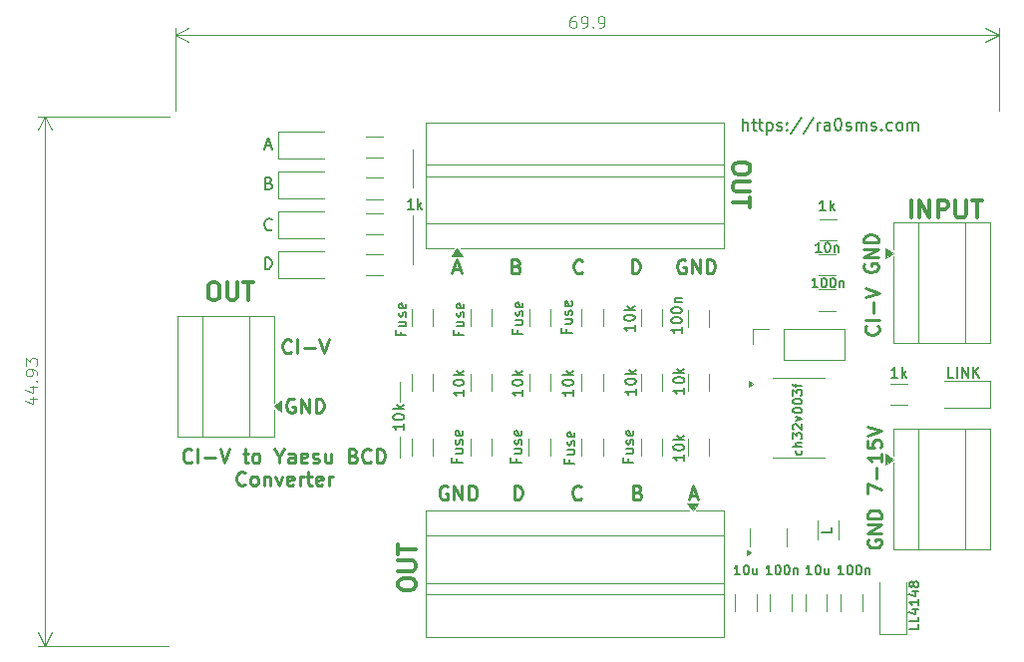
<source format=gbr>
%TF.GenerationSoftware,KiCad,Pcbnew,9.0.6*%
%TF.CreationDate,2026-01-14T12:07:50+08:00*%
%TF.ProjectId,civ2bcd,63697632-6263-4642-9e6b-696361645f70,rev?*%
%TF.SameCoordinates,Original*%
%TF.FileFunction,Legend,Top*%
%TF.FilePolarity,Positive*%
%FSLAX46Y46*%
G04 Gerber Fmt 4.6, Leading zero omitted, Abs format (unit mm)*
G04 Created by KiCad (PCBNEW 9.0.6) date 2026-01-14 12:07:50*
%MOMM*%
%LPD*%
G01*
G04 APERTURE LIST*
%ADD10C,0.100000*%
%ADD11C,0.240000*%
%ADD12C,0.180000*%
%ADD13C,0.300000*%
%ADD14C,0.160000*%
%ADD15C,0.200000*%
%ADD16C,0.120000*%
G04 APERTURE END LIST*
D10*
X154200000Y-62900000D02*
X154200000Y-59700000D01*
X154200000Y-65300000D02*
X154200000Y-69400000D01*
X153100000Y-81100000D02*
X153100000Y-79400000D01*
X153100000Y-84100000D02*
X153100000Y-85900000D01*
D11*
X193726377Y-74670677D02*
X193783520Y-74727820D01*
X193783520Y-74727820D02*
X193840662Y-74899248D01*
X193840662Y-74899248D02*
X193840662Y-75013534D01*
X193840662Y-75013534D02*
X193783520Y-75184963D01*
X193783520Y-75184963D02*
X193669234Y-75299248D01*
X193669234Y-75299248D02*
X193554948Y-75356391D01*
X193554948Y-75356391D02*
X193326377Y-75413534D01*
X193326377Y-75413534D02*
X193154948Y-75413534D01*
X193154948Y-75413534D02*
X192926377Y-75356391D01*
X192926377Y-75356391D02*
X192812091Y-75299248D01*
X192812091Y-75299248D02*
X192697805Y-75184963D01*
X192697805Y-75184963D02*
X192640662Y-75013534D01*
X192640662Y-75013534D02*
X192640662Y-74899248D01*
X192640662Y-74899248D02*
X192697805Y-74727820D01*
X192697805Y-74727820D02*
X192754948Y-74670677D01*
X193840662Y-74156391D02*
X192640662Y-74156391D01*
X193383520Y-73584962D02*
X193383520Y-72670677D01*
X192640662Y-72270677D02*
X193840662Y-71870677D01*
X193840662Y-71870677D02*
X192640662Y-71470677D01*
D12*
X154304135Y-64780497D02*
X153789849Y-64780497D01*
X154046992Y-64780497D02*
X154046992Y-63880497D01*
X154046992Y-63880497D02*
X153961278Y-64009068D01*
X153961278Y-64009068D02*
X153875563Y-64094782D01*
X153875563Y-64094782D02*
X153789849Y-64137640D01*
X154689849Y-64780497D02*
X154689849Y-63880497D01*
X154775564Y-64437640D02*
X155032706Y-64780497D01*
X155032706Y-64180497D02*
X154689849Y-64523354D01*
X163109068Y-75067293D02*
X163109068Y-75367293D01*
X163580497Y-75367293D02*
X162680497Y-75367293D01*
X162680497Y-75367293D02*
X162680497Y-74938721D01*
X162980497Y-74210150D02*
X163580497Y-74210150D01*
X162980497Y-74595864D02*
X163451925Y-74595864D01*
X163451925Y-74595864D02*
X163537640Y-74553007D01*
X163537640Y-74553007D02*
X163580497Y-74467292D01*
X163580497Y-74467292D02*
X163580497Y-74338721D01*
X163580497Y-74338721D02*
X163537640Y-74253007D01*
X163537640Y-74253007D02*
X163494782Y-74210150D01*
X163537640Y-73824435D02*
X163580497Y-73738721D01*
X163580497Y-73738721D02*
X163580497Y-73567292D01*
X163580497Y-73567292D02*
X163537640Y-73481578D01*
X163537640Y-73481578D02*
X163451925Y-73438721D01*
X163451925Y-73438721D02*
X163409068Y-73438721D01*
X163409068Y-73438721D02*
X163323354Y-73481578D01*
X163323354Y-73481578D02*
X163280497Y-73567292D01*
X163280497Y-73567292D02*
X163280497Y-73695864D01*
X163280497Y-73695864D02*
X163237640Y-73781578D01*
X163237640Y-73781578D02*
X163151925Y-73824435D01*
X163151925Y-73824435D02*
X163109068Y-73824435D01*
X163109068Y-73824435D02*
X163023354Y-73781578D01*
X163023354Y-73781578D02*
X162980497Y-73695864D01*
X162980497Y-73695864D02*
X162980497Y-73567292D01*
X162980497Y-73567292D02*
X163023354Y-73481578D01*
X163537640Y-72710150D02*
X163580497Y-72795864D01*
X163580497Y-72795864D02*
X163580497Y-72967293D01*
X163580497Y-72967293D02*
X163537640Y-73053007D01*
X163537640Y-73053007D02*
X163451925Y-73095864D01*
X163451925Y-73095864D02*
X163109068Y-73095864D01*
X163109068Y-73095864D02*
X163023354Y-73053007D01*
X163023354Y-73053007D02*
X162980497Y-72967293D01*
X162980497Y-72967293D02*
X162980497Y-72795864D01*
X162980497Y-72795864D02*
X163023354Y-72710150D01*
X163023354Y-72710150D02*
X163109068Y-72667293D01*
X163109068Y-72667293D02*
X163194782Y-72667293D01*
X163194782Y-72667293D02*
X163280497Y-73095864D01*
D13*
X196554510Y-65500828D02*
X196554510Y-64000828D01*
X197268796Y-65500828D02*
X197268796Y-64000828D01*
X197268796Y-64000828D02*
X198125939Y-65500828D01*
X198125939Y-65500828D02*
X198125939Y-64000828D01*
X198840225Y-65500828D02*
X198840225Y-64000828D01*
X198840225Y-64000828D02*
X199411654Y-64000828D01*
X199411654Y-64000828D02*
X199554511Y-64072257D01*
X199554511Y-64072257D02*
X199625940Y-64143685D01*
X199625940Y-64143685D02*
X199697368Y-64286542D01*
X199697368Y-64286542D02*
X199697368Y-64500828D01*
X199697368Y-64500828D02*
X199625940Y-64643685D01*
X199625940Y-64643685D02*
X199554511Y-64715114D01*
X199554511Y-64715114D02*
X199411654Y-64786542D01*
X199411654Y-64786542D02*
X198840225Y-64786542D01*
X200340225Y-64000828D02*
X200340225Y-65215114D01*
X200340225Y-65215114D02*
X200411654Y-65357971D01*
X200411654Y-65357971D02*
X200483083Y-65429400D01*
X200483083Y-65429400D02*
X200625940Y-65500828D01*
X200625940Y-65500828D02*
X200911654Y-65500828D01*
X200911654Y-65500828D02*
X201054511Y-65429400D01*
X201054511Y-65429400D02*
X201125940Y-65357971D01*
X201125940Y-65357971D02*
X201197368Y-65215114D01*
X201197368Y-65215114D02*
X201197368Y-64000828D01*
X201697369Y-64000828D02*
X202554512Y-64000828D01*
X202125940Y-65500828D02*
X202125940Y-64000828D01*
D12*
X153480497Y-82995864D02*
X153480497Y-83510150D01*
X153480497Y-83253007D02*
X152580497Y-83253007D01*
X152580497Y-83253007D02*
X152709068Y-83338721D01*
X152709068Y-83338721D02*
X152794782Y-83424436D01*
X152794782Y-83424436D02*
X152837640Y-83510150D01*
X152580497Y-82438721D02*
X152580497Y-82353007D01*
X152580497Y-82353007D02*
X152623354Y-82267293D01*
X152623354Y-82267293D02*
X152666211Y-82224436D01*
X152666211Y-82224436D02*
X152751925Y-82181578D01*
X152751925Y-82181578D02*
X152923354Y-82138721D01*
X152923354Y-82138721D02*
X153137640Y-82138721D01*
X153137640Y-82138721D02*
X153309068Y-82181578D01*
X153309068Y-82181578D02*
X153394782Y-82224436D01*
X153394782Y-82224436D02*
X153437640Y-82267293D01*
X153437640Y-82267293D02*
X153480497Y-82353007D01*
X153480497Y-82353007D02*
X153480497Y-82438721D01*
X153480497Y-82438721D02*
X153437640Y-82524436D01*
X153437640Y-82524436D02*
X153394782Y-82567293D01*
X153394782Y-82567293D02*
X153309068Y-82610150D01*
X153309068Y-82610150D02*
X153137640Y-82653007D01*
X153137640Y-82653007D02*
X152923354Y-82653007D01*
X152923354Y-82653007D02*
X152751925Y-82610150D01*
X152751925Y-82610150D02*
X152666211Y-82567293D01*
X152666211Y-82567293D02*
X152623354Y-82524436D01*
X152623354Y-82524436D02*
X152580497Y-82438721D01*
X153480497Y-81753007D02*
X152580497Y-81753007D01*
X153137640Y-81667293D02*
X153480497Y-81410150D01*
X152880497Y-81410150D02*
X153223354Y-81753007D01*
X177280497Y-79895864D02*
X177280497Y-80410150D01*
X177280497Y-80153007D02*
X176380497Y-80153007D01*
X176380497Y-80153007D02*
X176509068Y-80238721D01*
X176509068Y-80238721D02*
X176594782Y-80324436D01*
X176594782Y-80324436D02*
X176637640Y-80410150D01*
X176380497Y-79338721D02*
X176380497Y-79253007D01*
X176380497Y-79253007D02*
X176423354Y-79167293D01*
X176423354Y-79167293D02*
X176466211Y-79124436D01*
X176466211Y-79124436D02*
X176551925Y-79081578D01*
X176551925Y-79081578D02*
X176723354Y-79038721D01*
X176723354Y-79038721D02*
X176937640Y-79038721D01*
X176937640Y-79038721D02*
X177109068Y-79081578D01*
X177109068Y-79081578D02*
X177194782Y-79124436D01*
X177194782Y-79124436D02*
X177237640Y-79167293D01*
X177237640Y-79167293D02*
X177280497Y-79253007D01*
X177280497Y-79253007D02*
X177280497Y-79338721D01*
X177280497Y-79338721D02*
X177237640Y-79424436D01*
X177237640Y-79424436D02*
X177194782Y-79467293D01*
X177194782Y-79467293D02*
X177109068Y-79510150D01*
X177109068Y-79510150D02*
X176937640Y-79553007D01*
X176937640Y-79553007D02*
X176723354Y-79553007D01*
X176723354Y-79553007D02*
X176551925Y-79510150D01*
X176551925Y-79510150D02*
X176466211Y-79467293D01*
X176466211Y-79467293D02*
X176423354Y-79424436D01*
X176423354Y-79424436D02*
X176380497Y-79338721D01*
X177280497Y-78653007D02*
X176380497Y-78653007D01*
X176937640Y-78567293D02*
X177280497Y-78310150D01*
X176680497Y-78310150D02*
X177023354Y-78653007D01*
D11*
X192897805Y-92827820D02*
X192840662Y-92942106D01*
X192840662Y-92942106D02*
X192840662Y-93113534D01*
X192840662Y-93113534D02*
X192897805Y-93284963D01*
X192897805Y-93284963D02*
X193012091Y-93399248D01*
X193012091Y-93399248D02*
X193126377Y-93456391D01*
X193126377Y-93456391D02*
X193354948Y-93513534D01*
X193354948Y-93513534D02*
X193526377Y-93513534D01*
X193526377Y-93513534D02*
X193754948Y-93456391D01*
X193754948Y-93456391D02*
X193869234Y-93399248D01*
X193869234Y-93399248D02*
X193983520Y-93284963D01*
X193983520Y-93284963D02*
X194040662Y-93113534D01*
X194040662Y-93113534D02*
X194040662Y-92999248D01*
X194040662Y-92999248D02*
X193983520Y-92827820D01*
X193983520Y-92827820D02*
X193926377Y-92770677D01*
X193926377Y-92770677D02*
X193526377Y-92770677D01*
X193526377Y-92770677D02*
X193526377Y-92999248D01*
X194040662Y-92256391D02*
X192840662Y-92256391D01*
X192840662Y-92256391D02*
X194040662Y-91570677D01*
X194040662Y-91570677D02*
X192840662Y-91570677D01*
X194040662Y-90999248D02*
X192840662Y-90999248D01*
X192840662Y-90999248D02*
X192840662Y-90713534D01*
X192840662Y-90713534D02*
X192897805Y-90542105D01*
X192897805Y-90542105D02*
X193012091Y-90427820D01*
X193012091Y-90427820D02*
X193126377Y-90370677D01*
X193126377Y-90370677D02*
X193354948Y-90313534D01*
X193354948Y-90313534D02*
X193526377Y-90313534D01*
X193526377Y-90313534D02*
X193754948Y-90370677D01*
X193754948Y-90370677D02*
X193869234Y-90427820D01*
X193869234Y-90427820D02*
X193983520Y-90542105D01*
X193983520Y-90542105D02*
X194040662Y-90713534D01*
X194040662Y-90713534D02*
X194040662Y-90999248D01*
D12*
X195404135Y-79080497D02*
X194889849Y-79080497D01*
X195146992Y-79080497D02*
X195146992Y-78180497D01*
X195146992Y-78180497D02*
X195061278Y-78309068D01*
X195061278Y-78309068D02*
X194975563Y-78394782D01*
X194975563Y-78394782D02*
X194889849Y-78437640D01*
X195789849Y-79080497D02*
X195789849Y-78180497D01*
X195875564Y-78737640D02*
X196132706Y-79080497D01*
X196132706Y-78480497D02*
X195789849Y-78823354D01*
D11*
X172843608Y-70240662D02*
X172843608Y-69040662D01*
X172843608Y-69040662D02*
X173129322Y-69040662D01*
X173129322Y-69040662D02*
X173300751Y-69097805D01*
X173300751Y-69097805D02*
X173415036Y-69212091D01*
X173415036Y-69212091D02*
X173472179Y-69326377D01*
X173472179Y-69326377D02*
X173529322Y-69554948D01*
X173529322Y-69554948D02*
X173529322Y-69726377D01*
X173529322Y-69726377D02*
X173472179Y-69954948D01*
X173472179Y-69954948D02*
X173415036Y-70069234D01*
X173415036Y-70069234D02*
X173300751Y-70183520D01*
X173300751Y-70183520D02*
X173129322Y-70240662D01*
X173129322Y-70240662D02*
X172843608Y-70240662D01*
D12*
X173080497Y-74595864D02*
X173080497Y-75110150D01*
X173080497Y-74853007D02*
X172180497Y-74853007D01*
X172180497Y-74853007D02*
X172309068Y-74938721D01*
X172309068Y-74938721D02*
X172394782Y-75024436D01*
X172394782Y-75024436D02*
X172437640Y-75110150D01*
X172180497Y-74038721D02*
X172180497Y-73953007D01*
X172180497Y-73953007D02*
X172223354Y-73867293D01*
X172223354Y-73867293D02*
X172266211Y-73824436D01*
X172266211Y-73824436D02*
X172351925Y-73781578D01*
X172351925Y-73781578D02*
X172523354Y-73738721D01*
X172523354Y-73738721D02*
X172737640Y-73738721D01*
X172737640Y-73738721D02*
X172909068Y-73781578D01*
X172909068Y-73781578D02*
X172994782Y-73824436D01*
X172994782Y-73824436D02*
X173037640Y-73867293D01*
X173037640Y-73867293D02*
X173080497Y-73953007D01*
X173080497Y-73953007D02*
X173080497Y-74038721D01*
X173080497Y-74038721D02*
X173037640Y-74124436D01*
X173037640Y-74124436D02*
X172994782Y-74167293D01*
X172994782Y-74167293D02*
X172909068Y-74210150D01*
X172909068Y-74210150D02*
X172737640Y-74253007D01*
X172737640Y-74253007D02*
X172523354Y-74253007D01*
X172523354Y-74253007D02*
X172351925Y-74210150D01*
X172351925Y-74210150D02*
X172266211Y-74167293D01*
X172266211Y-74167293D02*
X172223354Y-74124436D01*
X172223354Y-74124436D02*
X172180497Y-74038721D01*
X173080497Y-73353007D02*
X172180497Y-73353007D01*
X172737640Y-73267293D02*
X173080497Y-73010150D01*
X172480497Y-73010150D02*
X172823354Y-73353007D01*
D14*
X197193775Y-100023308D02*
X197193775Y-100404260D01*
X197193775Y-100404260D02*
X196393775Y-100404260D01*
X197193775Y-99375689D02*
X197193775Y-99756641D01*
X197193775Y-99756641D02*
X196393775Y-99756641D01*
X196660441Y-98766165D02*
X197193775Y-98766165D01*
X196355680Y-98956641D02*
X196927108Y-99147118D01*
X196927108Y-99147118D02*
X196927108Y-98651879D01*
X197193775Y-97928070D02*
X197193775Y-98385213D01*
X197193775Y-98156641D02*
X196393775Y-98156641D01*
X196393775Y-98156641D02*
X196508060Y-98232832D01*
X196508060Y-98232832D02*
X196584251Y-98309022D01*
X196584251Y-98309022D02*
X196622346Y-98385213D01*
X196660441Y-97242355D02*
X197193775Y-97242355D01*
X196355680Y-97432831D02*
X196927108Y-97623308D01*
X196927108Y-97623308D02*
X196927108Y-97128069D01*
X196736632Y-96709022D02*
X196698537Y-96785212D01*
X196698537Y-96785212D02*
X196660441Y-96823307D01*
X196660441Y-96823307D02*
X196584251Y-96861403D01*
X196584251Y-96861403D02*
X196546156Y-96861403D01*
X196546156Y-96861403D02*
X196469965Y-96823307D01*
X196469965Y-96823307D02*
X196431870Y-96785212D01*
X196431870Y-96785212D02*
X196393775Y-96709022D01*
X196393775Y-96709022D02*
X196393775Y-96556641D01*
X196393775Y-96556641D02*
X196431870Y-96480450D01*
X196431870Y-96480450D02*
X196469965Y-96442355D01*
X196469965Y-96442355D02*
X196546156Y-96404260D01*
X196546156Y-96404260D02*
X196584251Y-96404260D01*
X196584251Y-96404260D02*
X196660441Y-96442355D01*
X196660441Y-96442355D02*
X196698537Y-96480450D01*
X196698537Y-96480450D02*
X196736632Y-96556641D01*
X196736632Y-96556641D02*
X196736632Y-96709022D01*
X196736632Y-96709022D02*
X196774727Y-96785212D01*
X196774727Y-96785212D02*
X196812822Y-96823307D01*
X196812822Y-96823307D02*
X196889013Y-96861403D01*
X196889013Y-96861403D02*
X197041394Y-96861403D01*
X197041394Y-96861403D02*
X197117584Y-96823307D01*
X197117584Y-96823307D02*
X197155680Y-96785212D01*
X197155680Y-96785212D02*
X197193775Y-96709022D01*
X197193775Y-96709022D02*
X197193775Y-96556641D01*
X197193775Y-96556641D02*
X197155680Y-96480450D01*
X197155680Y-96480450D02*
X197117584Y-96442355D01*
X197117584Y-96442355D02*
X197041394Y-96404260D01*
X197041394Y-96404260D02*
X196889013Y-96404260D01*
X196889013Y-96404260D02*
X196812822Y-96442355D01*
X196812822Y-96442355D02*
X196774727Y-96480450D01*
X196774727Y-96480450D02*
X196736632Y-96556641D01*
D11*
X157686465Y-69897805D02*
X158257894Y-69897805D01*
X157572179Y-70240662D02*
X157972179Y-69040662D01*
X157972179Y-69040662D02*
X158372179Y-70240662D01*
D12*
X167309068Y-74967293D02*
X167309068Y-75267293D01*
X167780497Y-75267293D02*
X166880497Y-75267293D01*
X166880497Y-75267293D02*
X166880497Y-74838721D01*
X167180497Y-74110150D02*
X167780497Y-74110150D01*
X167180497Y-74495864D02*
X167651925Y-74495864D01*
X167651925Y-74495864D02*
X167737640Y-74453007D01*
X167737640Y-74453007D02*
X167780497Y-74367292D01*
X167780497Y-74367292D02*
X167780497Y-74238721D01*
X167780497Y-74238721D02*
X167737640Y-74153007D01*
X167737640Y-74153007D02*
X167694782Y-74110150D01*
X167737640Y-73724435D02*
X167780497Y-73638721D01*
X167780497Y-73638721D02*
X167780497Y-73467292D01*
X167780497Y-73467292D02*
X167737640Y-73381578D01*
X167737640Y-73381578D02*
X167651925Y-73338721D01*
X167651925Y-73338721D02*
X167609068Y-73338721D01*
X167609068Y-73338721D02*
X167523354Y-73381578D01*
X167523354Y-73381578D02*
X167480497Y-73467292D01*
X167480497Y-73467292D02*
X167480497Y-73595864D01*
X167480497Y-73595864D02*
X167437640Y-73681578D01*
X167437640Y-73681578D02*
X167351925Y-73724435D01*
X167351925Y-73724435D02*
X167309068Y-73724435D01*
X167309068Y-73724435D02*
X167223354Y-73681578D01*
X167223354Y-73681578D02*
X167180497Y-73595864D01*
X167180497Y-73595864D02*
X167180497Y-73467292D01*
X167180497Y-73467292D02*
X167223354Y-73381578D01*
X167737640Y-72610150D02*
X167780497Y-72695864D01*
X167780497Y-72695864D02*
X167780497Y-72867293D01*
X167780497Y-72867293D02*
X167737640Y-72953007D01*
X167737640Y-72953007D02*
X167651925Y-72995864D01*
X167651925Y-72995864D02*
X167309068Y-72995864D01*
X167309068Y-72995864D02*
X167223354Y-72953007D01*
X167223354Y-72953007D02*
X167180497Y-72867293D01*
X167180497Y-72867293D02*
X167180497Y-72695864D01*
X167180497Y-72695864D02*
X167223354Y-72610150D01*
X167223354Y-72610150D02*
X167309068Y-72567293D01*
X167309068Y-72567293D02*
X167394782Y-72567293D01*
X167394782Y-72567293D02*
X167480497Y-72995864D01*
D14*
X182014786Y-95793775D02*
X181557643Y-95793775D01*
X181786215Y-95793775D02*
X181786215Y-94993775D01*
X181786215Y-94993775D02*
X181710024Y-95108060D01*
X181710024Y-95108060D02*
X181633834Y-95184251D01*
X181633834Y-95184251D02*
X181557643Y-95222346D01*
X182510025Y-94993775D02*
X182586215Y-94993775D01*
X182586215Y-94993775D02*
X182662406Y-95031870D01*
X182662406Y-95031870D02*
X182700501Y-95069965D01*
X182700501Y-95069965D02*
X182738596Y-95146156D01*
X182738596Y-95146156D02*
X182776691Y-95298537D01*
X182776691Y-95298537D02*
X182776691Y-95489013D01*
X182776691Y-95489013D02*
X182738596Y-95641394D01*
X182738596Y-95641394D02*
X182700501Y-95717584D01*
X182700501Y-95717584D02*
X182662406Y-95755680D01*
X182662406Y-95755680D02*
X182586215Y-95793775D01*
X182586215Y-95793775D02*
X182510025Y-95793775D01*
X182510025Y-95793775D02*
X182433834Y-95755680D01*
X182433834Y-95755680D02*
X182395739Y-95717584D01*
X182395739Y-95717584D02*
X182357644Y-95641394D01*
X182357644Y-95641394D02*
X182319548Y-95489013D01*
X182319548Y-95489013D02*
X182319548Y-95298537D01*
X182319548Y-95298537D02*
X182357644Y-95146156D01*
X182357644Y-95146156D02*
X182395739Y-95069965D01*
X182395739Y-95069965D02*
X182433834Y-95031870D01*
X182433834Y-95031870D02*
X182510025Y-94993775D01*
X183462406Y-95260441D02*
X183462406Y-95793775D01*
X183119549Y-95260441D02*
X183119549Y-95679489D01*
X183119549Y-95679489D02*
X183157644Y-95755680D01*
X183157644Y-95755680D02*
X183233834Y-95793775D01*
X183233834Y-95793775D02*
X183348120Y-95793775D01*
X183348120Y-95793775D02*
X183424311Y-95755680D01*
X183424311Y-95755680D02*
X183462406Y-95717584D01*
X188614786Y-71393775D02*
X188157643Y-71393775D01*
X188386215Y-71393775D02*
X188386215Y-70593775D01*
X188386215Y-70593775D02*
X188310024Y-70708060D01*
X188310024Y-70708060D02*
X188233834Y-70784251D01*
X188233834Y-70784251D02*
X188157643Y-70822346D01*
X189110025Y-70593775D02*
X189186215Y-70593775D01*
X189186215Y-70593775D02*
X189262406Y-70631870D01*
X189262406Y-70631870D02*
X189300501Y-70669965D01*
X189300501Y-70669965D02*
X189338596Y-70746156D01*
X189338596Y-70746156D02*
X189376691Y-70898537D01*
X189376691Y-70898537D02*
X189376691Y-71089013D01*
X189376691Y-71089013D02*
X189338596Y-71241394D01*
X189338596Y-71241394D02*
X189300501Y-71317584D01*
X189300501Y-71317584D02*
X189262406Y-71355680D01*
X189262406Y-71355680D02*
X189186215Y-71393775D01*
X189186215Y-71393775D02*
X189110025Y-71393775D01*
X189110025Y-71393775D02*
X189033834Y-71355680D01*
X189033834Y-71355680D02*
X188995739Y-71317584D01*
X188995739Y-71317584D02*
X188957644Y-71241394D01*
X188957644Y-71241394D02*
X188919548Y-71089013D01*
X188919548Y-71089013D02*
X188919548Y-70898537D01*
X188919548Y-70898537D02*
X188957644Y-70746156D01*
X188957644Y-70746156D02*
X188995739Y-70669965D01*
X188995739Y-70669965D02*
X189033834Y-70631870D01*
X189033834Y-70631870D02*
X189110025Y-70593775D01*
X189871930Y-70593775D02*
X189948120Y-70593775D01*
X189948120Y-70593775D02*
X190024311Y-70631870D01*
X190024311Y-70631870D02*
X190062406Y-70669965D01*
X190062406Y-70669965D02*
X190100501Y-70746156D01*
X190100501Y-70746156D02*
X190138596Y-70898537D01*
X190138596Y-70898537D02*
X190138596Y-71089013D01*
X190138596Y-71089013D02*
X190100501Y-71241394D01*
X190100501Y-71241394D02*
X190062406Y-71317584D01*
X190062406Y-71317584D02*
X190024311Y-71355680D01*
X190024311Y-71355680D02*
X189948120Y-71393775D01*
X189948120Y-71393775D02*
X189871930Y-71393775D01*
X189871930Y-71393775D02*
X189795739Y-71355680D01*
X189795739Y-71355680D02*
X189757644Y-71317584D01*
X189757644Y-71317584D02*
X189719549Y-71241394D01*
X189719549Y-71241394D02*
X189681453Y-71089013D01*
X189681453Y-71089013D02*
X189681453Y-70898537D01*
X189681453Y-70898537D02*
X189719549Y-70746156D01*
X189719549Y-70746156D02*
X189757644Y-70669965D01*
X189757644Y-70669965D02*
X189795739Y-70631870D01*
X189795739Y-70631870D02*
X189871930Y-70593775D01*
X190481454Y-70860441D02*
X190481454Y-71393775D01*
X190481454Y-70936632D02*
X190519549Y-70898537D01*
X190519549Y-70898537D02*
X190595739Y-70860441D01*
X190595739Y-70860441D02*
X190710025Y-70860441D01*
X190710025Y-70860441D02*
X190786216Y-70898537D01*
X190786216Y-70898537D02*
X190824311Y-70974727D01*
X190824311Y-70974727D02*
X190824311Y-71393775D01*
D11*
X192840662Y-88870677D02*
X192840662Y-88070677D01*
X192840662Y-88070677D02*
X194040662Y-88584963D01*
X193583520Y-87613534D02*
X193583520Y-86699249D01*
X194040662Y-85499249D02*
X194040662Y-86184963D01*
X194040662Y-85842106D02*
X192840662Y-85842106D01*
X192840662Y-85842106D02*
X193012091Y-85956392D01*
X193012091Y-85956392D02*
X193126377Y-86070677D01*
X193126377Y-86070677D02*
X193183520Y-86184963D01*
X192840662Y-84413535D02*
X192840662Y-84984963D01*
X192840662Y-84984963D02*
X193412091Y-85042106D01*
X193412091Y-85042106D02*
X193354948Y-84984963D01*
X193354948Y-84984963D02*
X193297805Y-84870678D01*
X193297805Y-84870678D02*
X193297805Y-84584963D01*
X193297805Y-84584963D02*
X193354948Y-84470678D01*
X193354948Y-84470678D02*
X193412091Y-84413535D01*
X193412091Y-84413535D02*
X193526377Y-84356392D01*
X193526377Y-84356392D02*
X193812091Y-84356392D01*
X193812091Y-84356392D02*
X193926377Y-84413535D01*
X193926377Y-84413535D02*
X193983520Y-84470678D01*
X193983520Y-84470678D02*
X194040662Y-84584963D01*
X194040662Y-84584963D02*
X194040662Y-84870678D01*
X194040662Y-84870678D02*
X193983520Y-84984963D01*
X193983520Y-84984963D02*
X193926377Y-85042106D01*
X192840662Y-84013535D02*
X194040662Y-83613535D01*
X194040662Y-83613535D02*
X192840662Y-83213535D01*
X177372179Y-69097805D02*
X177257894Y-69040662D01*
X177257894Y-69040662D02*
X177086465Y-69040662D01*
X177086465Y-69040662D02*
X176915036Y-69097805D01*
X176915036Y-69097805D02*
X176800751Y-69212091D01*
X176800751Y-69212091D02*
X176743608Y-69326377D01*
X176743608Y-69326377D02*
X176686465Y-69554948D01*
X176686465Y-69554948D02*
X176686465Y-69726377D01*
X176686465Y-69726377D02*
X176743608Y-69954948D01*
X176743608Y-69954948D02*
X176800751Y-70069234D01*
X176800751Y-70069234D02*
X176915036Y-70183520D01*
X176915036Y-70183520D02*
X177086465Y-70240662D01*
X177086465Y-70240662D02*
X177200751Y-70240662D01*
X177200751Y-70240662D02*
X177372179Y-70183520D01*
X177372179Y-70183520D02*
X177429322Y-70126377D01*
X177429322Y-70126377D02*
X177429322Y-69726377D01*
X177429322Y-69726377D02*
X177200751Y-69726377D01*
X177943608Y-70240662D02*
X177943608Y-69040662D01*
X177943608Y-69040662D02*
X178629322Y-70240662D01*
X178629322Y-70240662D02*
X178629322Y-69040662D01*
X179200751Y-70240662D02*
X179200751Y-69040662D01*
X179200751Y-69040662D02*
X179486465Y-69040662D01*
X179486465Y-69040662D02*
X179657894Y-69097805D01*
X179657894Y-69097805D02*
X179772179Y-69212091D01*
X179772179Y-69212091D02*
X179829322Y-69326377D01*
X179829322Y-69326377D02*
X179886465Y-69554948D01*
X179886465Y-69554948D02*
X179886465Y-69726377D01*
X179886465Y-69726377D02*
X179829322Y-69954948D01*
X179829322Y-69954948D02*
X179772179Y-70069234D01*
X179772179Y-70069234D02*
X179657894Y-70183520D01*
X179657894Y-70183520D02*
X179486465Y-70240662D01*
X179486465Y-70240662D02*
X179200751Y-70240662D01*
D15*
X182269673Y-58067219D02*
X182269673Y-57067219D01*
X182698244Y-58067219D02*
X182698244Y-57543409D01*
X182698244Y-57543409D02*
X182650625Y-57448171D01*
X182650625Y-57448171D02*
X182555387Y-57400552D01*
X182555387Y-57400552D02*
X182412530Y-57400552D01*
X182412530Y-57400552D02*
X182317292Y-57448171D01*
X182317292Y-57448171D02*
X182269673Y-57495790D01*
X183031578Y-57400552D02*
X183412530Y-57400552D01*
X183174435Y-57067219D02*
X183174435Y-57924361D01*
X183174435Y-57924361D02*
X183222054Y-58019600D01*
X183222054Y-58019600D02*
X183317292Y-58067219D01*
X183317292Y-58067219D02*
X183412530Y-58067219D01*
X183603007Y-57400552D02*
X183983959Y-57400552D01*
X183745864Y-57067219D02*
X183745864Y-57924361D01*
X183745864Y-57924361D02*
X183793483Y-58019600D01*
X183793483Y-58019600D02*
X183888721Y-58067219D01*
X183888721Y-58067219D02*
X183983959Y-58067219D01*
X184317293Y-57400552D02*
X184317293Y-58400552D01*
X184317293Y-57448171D02*
X184412531Y-57400552D01*
X184412531Y-57400552D02*
X184603007Y-57400552D01*
X184603007Y-57400552D02*
X184698245Y-57448171D01*
X184698245Y-57448171D02*
X184745864Y-57495790D01*
X184745864Y-57495790D02*
X184793483Y-57591028D01*
X184793483Y-57591028D02*
X184793483Y-57876742D01*
X184793483Y-57876742D02*
X184745864Y-57971980D01*
X184745864Y-57971980D02*
X184698245Y-58019600D01*
X184698245Y-58019600D02*
X184603007Y-58067219D01*
X184603007Y-58067219D02*
X184412531Y-58067219D01*
X184412531Y-58067219D02*
X184317293Y-58019600D01*
X185174436Y-58019600D02*
X185269674Y-58067219D01*
X185269674Y-58067219D02*
X185460150Y-58067219D01*
X185460150Y-58067219D02*
X185555388Y-58019600D01*
X185555388Y-58019600D02*
X185603007Y-57924361D01*
X185603007Y-57924361D02*
X185603007Y-57876742D01*
X185603007Y-57876742D02*
X185555388Y-57781504D01*
X185555388Y-57781504D02*
X185460150Y-57733885D01*
X185460150Y-57733885D02*
X185317293Y-57733885D01*
X185317293Y-57733885D02*
X185222055Y-57686266D01*
X185222055Y-57686266D02*
X185174436Y-57591028D01*
X185174436Y-57591028D02*
X185174436Y-57543409D01*
X185174436Y-57543409D02*
X185222055Y-57448171D01*
X185222055Y-57448171D02*
X185317293Y-57400552D01*
X185317293Y-57400552D02*
X185460150Y-57400552D01*
X185460150Y-57400552D02*
X185555388Y-57448171D01*
X186031579Y-57971980D02*
X186079198Y-58019600D01*
X186079198Y-58019600D02*
X186031579Y-58067219D01*
X186031579Y-58067219D02*
X185983960Y-58019600D01*
X185983960Y-58019600D02*
X186031579Y-57971980D01*
X186031579Y-57971980D02*
X186031579Y-58067219D01*
X186031579Y-57448171D02*
X186079198Y-57495790D01*
X186079198Y-57495790D02*
X186031579Y-57543409D01*
X186031579Y-57543409D02*
X185983960Y-57495790D01*
X185983960Y-57495790D02*
X186031579Y-57448171D01*
X186031579Y-57448171D02*
X186031579Y-57543409D01*
X187222054Y-57019600D02*
X186364912Y-58305314D01*
X188269673Y-57019600D02*
X187412531Y-58305314D01*
X188603007Y-58067219D02*
X188603007Y-57400552D01*
X188603007Y-57591028D02*
X188650626Y-57495790D01*
X188650626Y-57495790D02*
X188698245Y-57448171D01*
X188698245Y-57448171D02*
X188793483Y-57400552D01*
X188793483Y-57400552D02*
X188888721Y-57400552D01*
X189650626Y-58067219D02*
X189650626Y-57543409D01*
X189650626Y-57543409D02*
X189603007Y-57448171D01*
X189603007Y-57448171D02*
X189507769Y-57400552D01*
X189507769Y-57400552D02*
X189317293Y-57400552D01*
X189317293Y-57400552D02*
X189222055Y-57448171D01*
X189650626Y-58019600D02*
X189555388Y-58067219D01*
X189555388Y-58067219D02*
X189317293Y-58067219D01*
X189317293Y-58067219D02*
X189222055Y-58019600D01*
X189222055Y-58019600D02*
X189174436Y-57924361D01*
X189174436Y-57924361D02*
X189174436Y-57829123D01*
X189174436Y-57829123D02*
X189222055Y-57733885D01*
X189222055Y-57733885D02*
X189317293Y-57686266D01*
X189317293Y-57686266D02*
X189555388Y-57686266D01*
X189555388Y-57686266D02*
X189650626Y-57638647D01*
X190317293Y-57067219D02*
X190412531Y-57067219D01*
X190412531Y-57067219D02*
X190507769Y-57114838D01*
X190507769Y-57114838D02*
X190555388Y-57162457D01*
X190555388Y-57162457D02*
X190603007Y-57257695D01*
X190603007Y-57257695D02*
X190650626Y-57448171D01*
X190650626Y-57448171D02*
X190650626Y-57686266D01*
X190650626Y-57686266D02*
X190603007Y-57876742D01*
X190603007Y-57876742D02*
X190555388Y-57971980D01*
X190555388Y-57971980D02*
X190507769Y-58019600D01*
X190507769Y-58019600D02*
X190412531Y-58067219D01*
X190412531Y-58067219D02*
X190317293Y-58067219D01*
X190317293Y-58067219D02*
X190222055Y-58019600D01*
X190222055Y-58019600D02*
X190174436Y-57971980D01*
X190174436Y-57971980D02*
X190126817Y-57876742D01*
X190126817Y-57876742D02*
X190079198Y-57686266D01*
X190079198Y-57686266D02*
X190079198Y-57448171D01*
X190079198Y-57448171D02*
X190126817Y-57257695D01*
X190126817Y-57257695D02*
X190174436Y-57162457D01*
X190174436Y-57162457D02*
X190222055Y-57114838D01*
X190222055Y-57114838D02*
X190317293Y-57067219D01*
X191031579Y-58019600D02*
X191126817Y-58067219D01*
X191126817Y-58067219D02*
X191317293Y-58067219D01*
X191317293Y-58067219D02*
X191412531Y-58019600D01*
X191412531Y-58019600D02*
X191460150Y-57924361D01*
X191460150Y-57924361D02*
X191460150Y-57876742D01*
X191460150Y-57876742D02*
X191412531Y-57781504D01*
X191412531Y-57781504D02*
X191317293Y-57733885D01*
X191317293Y-57733885D02*
X191174436Y-57733885D01*
X191174436Y-57733885D02*
X191079198Y-57686266D01*
X191079198Y-57686266D02*
X191031579Y-57591028D01*
X191031579Y-57591028D02*
X191031579Y-57543409D01*
X191031579Y-57543409D02*
X191079198Y-57448171D01*
X191079198Y-57448171D02*
X191174436Y-57400552D01*
X191174436Y-57400552D02*
X191317293Y-57400552D01*
X191317293Y-57400552D02*
X191412531Y-57448171D01*
X191888722Y-58067219D02*
X191888722Y-57400552D01*
X191888722Y-57495790D02*
X191936341Y-57448171D01*
X191936341Y-57448171D02*
X192031579Y-57400552D01*
X192031579Y-57400552D02*
X192174436Y-57400552D01*
X192174436Y-57400552D02*
X192269674Y-57448171D01*
X192269674Y-57448171D02*
X192317293Y-57543409D01*
X192317293Y-57543409D02*
X192317293Y-58067219D01*
X192317293Y-57543409D02*
X192364912Y-57448171D01*
X192364912Y-57448171D02*
X192460150Y-57400552D01*
X192460150Y-57400552D02*
X192603007Y-57400552D01*
X192603007Y-57400552D02*
X192698246Y-57448171D01*
X192698246Y-57448171D02*
X192745865Y-57543409D01*
X192745865Y-57543409D02*
X192745865Y-58067219D01*
X193174436Y-58019600D02*
X193269674Y-58067219D01*
X193269674Y-58067219D02*
X193460150Y-58067219D01*
X193460150Y-58067219D02*
X193555388Y-58019600D01*
X193555388Y-58019600D02*
X193603007Y-57924361D01*
X193603007Y-57924361D02*
X193603007Y-57876742D01*
X193603007Y-57876742D02*
X193555388Y-57781504D01*
X193555388Y-57781504D02*
X193460150Y-57733885D01*
X193460150Y-57733885D02*
X193317293Y-57733885D01*
X193317293Y-57733885D02*
X193222055Y-57686266D01*
X193222055Y-57686266D02*
X193174436Y-57591028D01*
X193174436Y-57591028D02*
X193174436Y-57543409D01*
X193174436Y-57543409D02*
X193222055Y-57448171D01*
X193222055Y-57448171D02*
X193317293Y-57400552D01*
X193317293Y-57400552D02*
X193460150Y-57400552D01*
X193460150Y-57400552D02*
X193555388Y-57448171D01*
X194031579Y-57971980D02*
X194079198Y-58019600D01*
X194079198Y-58019600D02*
X194031579Y-58067219D01*
X194031579Y-58067219D02*
X193983960Y-58019600D01*
X193983960Y-58019600D02*
X194031579Y-57971980D01*
X194031579Y-57971980D02*
X194031579Y-58067219D01*
X194936340Y-58019600D02*
X194841102Y-58067219D01*
X194841102Y-58067219D02*
X194650626Y-58067219D01*
X194650626Y-58067219D02*
X194555388Y-58019600D01*
X194555388Y-58019600D02*
X194507769Y-57971980D01*
X194507769Y-57971980D02*
X194460150Y-57876742D01*
X194460150Y-57876742D02*
X194460150Y-57591028D01*
X194460150Y-57591028D02*
X194507769Y-57495790D01*
X194507769Y-57495790D02*
X194555388Y-57448171D01*
X194555388Y-57448171D02*
X194650626Y-57400552D01*
X194650626Y-57400552D02*
X194841102Y-57400552D01*
X194841102Y-57400552D02*
X194936340Y-57448171D01*
X195507769Y-58067219D02*
X195412531Y-58019600D01*
X195412531Y-58019600D02*
X195364912Y-57971980D01*
X195364912Y-57971980D02*
X195317293Y-57876742D01*
X195317293Y-57876742D02*
X195317293Y-57591028D01*
X195317293Y-57591028D02*
X195364912Y-57495790D01*
X195364912Y-57495790D02*
X195412531Y-57448171D01*
X195412531Y-57448171D02*
X195507769Y-57400552D01*
X195507769Y-57400552D02*
X195650626Y-57400552D01*
X195650626Y-57400552D02*
X195745864Y-57448171D01*
X195745864Y-57448171D02*
X195793483Y-57495790D01*
X195793483Y-57495790D02*
X195841102Y-57591028D01*
X195841102Y-57591028D02*
X195841102Y-57876742D01*
X195841102Y-57876742D02*
X195793483Y-57971980D01*
X195793483Y-57971980D02*
X195745864Y-58019600D01*
X195745864Y-58019600D02*
X195650626Y-58067219D01*
X195650626Y-58067219D02*
X195507769Y-58067219D01*
X196269674Y-58067219D02*
X196269674Y-57400552D01*
X196269674Y-57495790D02*
X196317293Y-57448171D01*
X196317293Y-57448171D02*
X196412531Y-57400552D01*
X196412531Y-57400552D02*
X196555388Y-57400552D01*
X196555388Y-57400552D02*
X196650626Y-57448171D01*
X196650626Y-57448171D02*
X196698245Y-57543409D01*
X196698245Y-57543409D02*
X196698245Y-58067219D01*
X196698245Y-57543409D02*
X196745864Y-57448171D01*
X196745864Y-57448171D02*
X196841102Y-57400552D01*
X196841102Y-57400552D02*
X196983959Y-57400552D01*
X196983959Y-57400552D02*
X197079198Y-57448171D01*
X197079198Y-57448171D02*
X197126817Y-57543409D01*
X197126817Y-57543409D02*
X197126817Y-58067219D01*
D13*
X153000828Y-96759774D02*
X153000828Y-96474060D01*
X153000828Y-96474060D02*
X153072257Y-96331203D01*
X153072257Y-96331203D02*
X153215114Y-96188346D01*
X153215114Y-96188346D02*
X153500828Y-96116917D01*
X153500828Y-96116917D02*
X154000828Y-96116917D01*
X154000828Y-96116917D02*
X154286542Y-96188346D01*
X154286542Y-96188346D02*
X154429400Y-96331203D01*
X154429400Y-96331203D02*
X154500828Y-96474060D01*
X154500828Y-96474060D02*
X154500828Y-96759774D01*
X154500828Y-96759774D02*
X154429400Y-96902632D01*
X154429400Y-96902632D02*
X154286542Y-97045489D01*
X154286542Y-97045489D02*
X154000828Y-97116917D01*
X154000828Y-97116917D02*
X153500828Y-97116917D01*
X153500828Y-97116917D02*
X153215114Y-97045489D01*
X153215114Y-97045489D02*
X153072257Y-96902632D01*
X153072257Y-96902632D02*
X153000828Y-96759774D01*
X153000828Y-95474060D02*
X154215114Y-95474060D01*
X154215114Y-95474060D02*
X154357971Y-95402631D01*
X154357971Y-95402631D02*
X154429400Y-95331203D01*
X154429400Y-95331203D02*
X154500828Y-95188345D01*
X154500828Y-95188345D02*
X154500828Y-94902631D01*
X154500828Y-94902631D02*
X154429400Y-94759774D01*
X154429400Y-94759774D02*
X154357971Y-94688345D01*
X154357971Y-94688345D02*
X154215114Y-94616917D01*
X154215114Y-94616917D02*
X153000828Y-94616917D01*
X153000828Y-94116916D02*
X153000828Y-93259774D01*
X154500828Y-93688345D02*
X153000828Y-93688345D01*
D12*
X158109068Y-75167293D02*
X158109068Y-75467293D01*
X158580497Y-75467293D02*
X157680497Y-75467293D01*
X157680497Y-75467293D02*
X157680497Y-75038721D01*
X157980497Y-74310150D02*
X158580497Y-74310150D01*
X157980497Y-74695864D02*
X158451925Y-74695864D01*
X158451925Y-74695864D02*
X158537640Y-74653007D01*
X158537640Y-74653007D02*
X158580497Y-74567292D01*
X158580497Y-74567292D02*
X158580497Y-74438721D01*
X158580497Y-74438721D02*
X158537640Y-74353007D01*
X158537640Y-74353007D02*
X158494782Y-74310150D01*
X158537640Y-73924435D02*
X158580497Y-73838721D01*
X158580497Y-73838721D02*
X158580497Y-73667292D01*
X158580497Y-73667292D02*
X158537640Y-73581578D01*
X158537640Y-73581578D02*
X158451925Y-73538721D01*
X158451925Y-73538721D02*
X158409068Y-73538721D01*
X158409068Y-73538721D02*
X158323354Y-73581578D01*
X158323354Y-73581578D02*
X158280497Y-73667292D01*
X158280497Y-73667292D02*
X158280497Y-73795864D01*
X158280497Y-73795864D02*
X158237640Y-73881578D01*
X158237640Y-73881578D02*
X158151925Y-73924435D01*
X158151925Y-73924435D02*
X158109068Y-73924435D01*
X158109068Y-73924435D02*
X158023354Y-73881578D01*
X158023354Y-73881578D02*
X157980497Y-73795864D01*
X157980497Y-73795864D02*
X157980497Y-73667292D01*
X157980497Y-73667292D02*
X158023354Y-73581578D01*
X158537640Y-72810150D02*
X158580497Y-72895864D01*
X158580497Y-72895864D02*
X158580497Y-73067293D01*
X158580497Y-73067293D02*
X158537640Y-73153007D01*
X158537640Y-73153007D02*
X158451925Y-73195864D01*
X158451925Y-73195864D02*
X158109068Y-73195864D01*
X158109068Y-73195864D02*
X158023354Y-73153007D01*
X158023354Y-73153007D02*
X157980497Y-73067293D01*
X157980497Y-73067293D02*
X157980497Y-72895864D01*
X157980497Y-72895864D02*
X158023354Y-72810150D01*
X158023354Y-72810150D02*
X158109068Y-72767293D01*
X158109068Y-72767293D02*
X158194782Y-72767293D01*
X158194782Y-72767293D02*
X158280497Y-73195864D01*
D11*
X157172179Y-88297805D02*
X157057894Y-88240662D01*
X157057894Y-88240662D02*
X156886465Y-88240662D01*
X156886465Y-88240662D02*
X156715036Y-88297805D01*
X156715036Y-88297805D02*
X156600751Y-88412091D01*
X156600751Y-88412091D02*
X156543608Y-88526377D01*
X156543608Y-88526377D02*
X156486465Y-88754948D01*
X156486465Y-88754948D02*
X156486465Y-88926377D01*
X156486465Y-88926377D02*
X156543608Y-89154948D01*
X156543608Y-89154948D02*
X156600751Y-89269234D01*
X156600751Y-89269234D02*
X156715036Y-89383520D01*
X156715036Y-89383520D02*
X156886465Y-89440662D01*
X156886465Y-89440662D02*
X157000751Y-89440662D01*
X157000751Y-89440662D02*
X157172179Y-89383520D01*
X157172179Y-89383520D02*
X157229322Y-89326377D01*
X157229322Y-89326377D02*
X157229322Y-88926377D01*
X157229322Y-88926377D02*
X157000751Y-88926377D01*
X157743608Y-89440662D02*
X157743608Y-88240662D01*
X157743608Y-88240662D02*
X158429322Y-89440662D01*
X158429322Y-89440662D02*
X158429322Y-88240662D01*
X159000751Y-89440662D02*
X159000751Y-88240662D01*
X159000751Y-88240662D02*
X159286465Y-88240662D01*
X159286465Y-88240662D02*
X159457894Y-88297805D01*
X159457894Y-88297805D02*
X159572179Y-88412091D01*
X159572179Y-88412091D02*
X159629322Y-88526377D01*
X159629322Y-88526377D02*
X159686465Y-88754948D01*
X159686465Y-88754948D02*
X159686465Y-88926377D01*
X159686465Y-88926377D02*
X159629322Y-89154948D01*
X159629322Y-89154948D02*
X159572179Y-89269234D01*
X159572179Y-89269234D02*
X159457894Y-89383520D01*
X159457894Y-89383520D02*
X159286465Y-89440662D01*
X159286465Y-89440662D02*
X159000751Y-89440662D01*
D14*
X188914786Y-68393775D02*
X188457643Y-68393775D01*
X188686215Y-68393775D02*
X188686215Y-67593775D01*
X188686215Y-67593775D02*
X188610024Y-67708060D01*
X188610024Y-67708060D02*
X188533834Y-67784251D01*
X188533834Y-67784251D02*
X188457643Y-67822346D01*
X189410025Y-67593775D02*
X189486215Y-67593775D01*
X189486215Y-67593775D02*
X189562406Y-67631870D01*
X189562406Y-67631870D02*
X189600501Y-67669965D01*
X189600501Y-67669965D02*
X189638596Y-67746156D01*
X189638596Y-67746156D02*
X189676691Y-67898537D01*
X189676691Y-67898537D02*
X189676691Y-68089013D01*
X189676691Y-68089013D02*
X189638596Y-68241394D01*
X189638596Y-68241394D02*
X189600501Y-68317584D01*
X189600501Y-68317584D02*
X189562406Y-68355680D01*
X189562406Y-68355680D02*
X189486215Y-68393775D01*
X189486215Y-68393775D02*
X189410025Y-68393775D01*
X189410025Y-68393775D02*
X189333834Y-68355680D01*
X189333834Y-68355680D02*
X189295739Y-68317584D01*
X189295739Y-68317584D02*
X189257644Y-68241394D01*
X189257644Y-68241394D02*
X189219548Y-68089013D01*
X189219548Y-68089013D02*
X189219548Y-67898537D01*
X189219548Y-67898537D02*
X189257644Y-67746156D01*
X189257644Y-67746156D02*
X189295739Y-67669965D01*
X189295739Y-67669965D02*
X189333834Y-67631870D01*
X189333834Y-67631870D02*
X189410025Y-67593775D01*
X190019549Y-67860441D02*
X190019549Y-68393775D01*
X190019549Y-67936632D02*
X190057644Y-67898537D01*
X190057644Y-67898537D02*
X190133834Y-67860441D01*
X190133834Y-67860441D02*
X190248120Y-67860441D01*
X190248120Y-67860441D02*
X190324311Y-67898537D01*
X190324311Y-67898537D02*
X190362406Y-67974727D01*
X190362406Y-67974727D02*
X190362406Y-68393775D01*
X189793775Y-91823308D02*
X189793775Y-92204260D01*
X189793775Y-92204260D02*
X188993775Y-92204260D01*
D12*
X167509068Y-86067293D02*
X167509068Y-86367293D01*
X167980497Y-86367293D02*
X167080497Y-86367293D01*
X167080497Y-86367293D02*
X167080497Y-85938721D01*
X167380497Y-85210150D02*
X167980497Y-85210150D01*
X167380497Y-85595864D02*
X167851925Y-85595864D01*
X167851925Y-85595864D02*
X167937640Y-85553007D01*
X167937640Y-85553007D02*
X167980497Y-85467292D01*
X167980497Y-85467292D02*
X167980497Y-85338721D01*
X167980497Y-85338721D02*
X167937640Y-85253007D01*
X167937640Y-85253007D02*
X167894782Y-85210150D01*
X167937640Y-84824435D02*
X167980497Y-84738721D01*
X167980497Y-84738721D02*
X167980497Y-84567292D01*
X167980497Y-84567292D02*
X167937640Y-84481578D01*
X167937640Y-84481578D02*
X167851925Y-84438721D01*
X167851925Y-84438721D02*
X167809068Y-84438721D01*
X167809068Y-84438721D02*
X167723354Y-84481578D01*
X167723354Y-84481578D02*
X167680497Y-84567292D01*
X167680497Y-84567292D02*
X167680497Y-84695864D01*
X167680497Y-84695864D02*
X167637640Y-84781578D01*
X167637640Y-84781578D02*
X167551925Y-84824435D01*
X167551925Y-84824435D02*
X167509068Y-84824435D01*
X167509068Y-84824435D02*
X167423354Y-84781578D01*
X167423354Y-84781578D02*
X167380497Y-84695864D01*
X167380497Y-84695864D02*
X167380497Y-84567292D01*
X167380497Y-84567292D02*
X167423354Y-84481578D01*
X167937640Y-83710150D02*
X167980497Y-83795864D01*
X167980497Y-83795864D02*
X167980497Y-83967293D01*
X167980497Y-83967293D02*
X167937640Y-84053007D01*
X167937640Y-84053007D02*
X167851925Y-84095864D01*
X167851925Y-84095864D02*
X167509068Y-84095864D01*
X167509068Y-84095864D02*
X167423354Y-84053007D01*
X167423354Y-84053007D02*
X167380497Y-83967293D01*
X167380497Y-83967293D02*
X167380497Y-83795864D01*
X167380497Y-83795864D02*
X167423354Y-83710150D01*
X167423354Y-83710150D02*
X167509068Y-83667293D01*
X167509068Y-83667293D02*
X167594782Y-83667293D01*
X167594782Y-83667293D02*
X167680497Y-84095864D01*
D15*
X142269672Y-66471980D02*
X142222053Y-66519600D01*
X142222053Y-66519600D02*
X142079196Y-66567219D01*
X142079196Y-66567219D02*
X141983958Y-66567219D01*
X141983958Y-66567219D02*
X141841101Y-66519600D01*
X141841101Y-66519600D02*
X141745863Y-66424361D01*
X141745863Y-66424361D02*
X141698244Y-66329123D01*
X141698244Y-66329123D02*
X141650625Y-66138647D01*
X141650625Y-66138647D02*
X141650625Y-65995790D01*
X141650625Y-65995790D02*
X141698244Y-65805314D01*
X141698244Y-65805314D02*
X141745863Y-65710076D01*
X141745863Y-65710076D02*
X141841101Y-65614838D01*
X141841101Y-65614838D02*
X141983958Y-65567219D01*
X141983958Y-65567219D02*
X142079196Y-65567219D01*
X142079196Y-65567219D02*
X142222053Y-65614838D01*
X142222053Y-65614838D02*
X142269672Y-65662457D01*
D13*
X137207725Y-71000828D02*
X137493439Y-71000828D01*
X137493439Y-71000828D02*
X137636296Y-71072257D01*
X137636296Y-71072257D02*
X137779153Y-71215114D01*
X137779153Y-71215114D02*
X137850582Y-71500828D01*
X137850582Y-71500828D02*
X137850582Y-72000828D01*
X137850582Y-72000828D02*
X137779153Y-72286542D01*
X137779153Y-72286542D02*
X137636296Y-72429400D01*
X137636296Y-72429400D02*
X137493439Y-72500828D01*
X137493439Y-72500828D02*
X137207725Y-72500828D01*
X137207725Y-72500828D02*
X137064868Y-72429400D01*
X137064868Y-72429400D02*
X136922010Y-72286542D01*
X136922010Y-72286542D02*
X136850582Y-72000828D01*
X136850582Y-72000828D02*
X136850582Y-71500828D01*
X136850582Y-71500828D02*
X136922010Y-71215114D01*
X136922010Y-71215114D02*
X137064868Y-71072257D01*
X137064868Y-71072257D02*
X137207725Y-71000828D01*
X138493439Y-71000828D02*
X138493439Y-72215114D01*
X138493439Y-72215114D02*
X138564868Y-72357971D01*
X138564868Y-72357971D02*
X138636297Y-72429400D01*
X138636297Y-72429400D02*
X138779154Y-72500828D01*
X138779154Y-72500828D02*
X139064868Y-72500828D01*
X139064868Y-72500828D02*
X139207725Y-72429400D01*
X139207725Y-72429400D02*
X139279154Y-72357971D01*
X139279154Y-72357971D02*
X139350582Y-72215114D01*
X139350582Y-72215114D02*
X139350582Y-71000828D01*
X139850583Y-71000828D02*
X140707726Y-71000828D01*
X140279154Y-72500828D02*
X140279154Y-71000828D01*
D12*
X172509068Y-85967293D02*
X172509068Y-86267293D01*
X172980497Y-86267293D02*
X172080497Y-86267293D01*
X172080497Y-86267293D02*
X172080497Y-85838721D01*
X172380497Y-85110150D02*
X172980497Y-85110150D01*
X172380497Y-85495864D02*
X172851925Y-85495864D01*
X172851925Y-85495864D02*
X172937640Y-85453007D01*
X172937640Y-85453007D02*
X172980497Y-85367292D01*
X172980497Y-85367292D02*
X172980497Y-85238721D01*
X172980497Y-85238721D02*
X172937640Y-85153007D01*
X172937640Y-85153007D02*
X172894782Y-85110150D01*
X172937640Y-84724435D02*
X172980497Y-84638721D01*
X172980497Y-84638721D02*
X172980497Y-84467292D01*
X172980497Y-84467292D02*
X172937640Y-84381578D01*
X172937640Y-84381578D02*
X172851925Y-84338721D01*
X172851925Y-84338721D02*
X172809068Y-84338721D01*
X172809068Y-84338721D02*
X172723354Y-84381578D01*
X172723354Y-84381578D02*
X172680497Y-84467292D01*
X172680497Y-84467292D02*
X172680497Y-84595864D01*
X172680497Y-84595864D02*
X172637640Y-84681578D01*
X172637640Y-84681578D02*
X172551925Y-84724435D01*
X172551925Y-84724435D02*
X172509068Y-84724435D01*
X172509068Y-84724435D02*
X172423354Y-84681578D01*
X172423354Y-84681578D02*
X172380497Y-84595864D01*
X172380497Y-84595864D02*
X172380497Y-84467292D01*
X172380497Y-84467292D02*
X172423354Y-84381578D01*
X172937640Y-83610150D02*
X172980497Y-83695864D01*
X172980497Y-83695864D02*
X172980497Y-83867293D01*
X172980497Y-83867293D02*
X172937640Y-83953007D01*
X172937640Y-83953007D02*
X172851925Y-83995864D01*
X172851925Y-83995864D02*
X172509068Y-83995864D01*
X172509068Y-83995864D02*
X172423354Y-83953007D01*
X172423354Y-83953007D02*
X172380497Y-83867293D01*
X172380497Y-83867293D02*
X172380497Y-83695864D01*
X172380497Y-83695864D02*
X172423354Y-83610150D01*
X172423354Y-83610150D02*
X172509068Y-83567293D01*
X172509068Y-83567293D02*
X172594782Y-83567293D01*
X172594782Y-83567293D02*
X172680497Y-83995864D01*
D15*
X142031577Y-62543409D02*
X142174434Y-62591028D01*
X142174434Y-62591028D02*
X142222053Y-62638647D01*
X142222053Y-62638647D02*
X142269672Y-62733885D01*
X142269672Y-62733885D02*
X142269672Y-62876742D01*
X142269672Y-62876742D02*
X142222053Y-62971980D01*
X142222053Y-62971980D02*
X142174434Y-63019600D01*
X142174434Y-63019600D02*
X142079196Y-63067219D01*
X142079196Y-63067219D02*
X141698244Y-63067219D01*
X141698244Y-63067219D02*
X141698244Y-62067219D01*
X141698244Y-62067219D02*
X142031577Y-62067219D01*
X142031577Y-62067219D02*
X142126815Y-62114838D01*
X142126815Y-62114838D02*
X142174434Y-62162457D01*
X142174434Y-62162457D02*
X142222053Y-62257695D01*
X142222053Y-62257695D02*
X142222053Y-62352933D01*
X142222053Y-62352933D02*
X142174434Y-62448171D01*
X142174434Y-62448171D02*
X142126815Y-62495790D01*
X142126815Y-62495790D02*
X142031577Y-62543409D01*
X142031577Y-62543409D02*
X141698244Y-62543409D01*
D11*
X135471429Y-86194444D02*
X135414286Y-86251587D01*
X135414286Y-86251587D02*
X135242858Y-86308729D01*
X135242858Y-86308729D02*
X135128572Y-86308729D01*
X135128572Y-86308729D02*
X134957143Y-86251587D01*
X134957143Y-86251587D02*
X134842858Y-86137301D01*
X134842858Y-86137301D02*
X134785715Y-86023015D01*
X134785715Y-86023015D02*
X134728572Y-85794444D01*
X134728572Y-85794444D02*
X134728572Y-85623015D01*
X134728572Y-85623015D02*
X134785715Y-85394444D01*
X134785715Y-85394444D02*
X134842858Y-85280158D01*
X134842858Y-85280158D02*
X134957143Y-85165872D01*
X134957143Y-85165872D02*
X135128572Y-85108729D01*
X135128572Y-85108729D02*
X135242858Y-85108729D01*
X135242858Y-85108729D02*
X135414286Y-85165872D01*
X135414286Y-85165872D02*
X135471429Y-85223015D01*
X135985715Y-86308729D02*
X135985715Y-85108729D01*
X136557144Y-85851587D02*
X137471430Y-85851587D01*
X137871429Y-85108729D02*
X138271429Y-86308729D01*
X138271429Y-86308729D02*
X138671429Y-85108729D01*
X139814286Y-85508729D02*
X140271429Y-85508729D01*
X139985715Y-85108729D02*
X139985715Y-86137301D01*
X139985715Y-86137301D02*
X140042858Y-86251587D01*
X140042858Y-86251587D02*
X140157143Y-86308729D01*
X140157143Y-86308729D02*
X140271429Y-86308729D01*
X140842857Y-86308729D02*
X140728572Y-86251587D01*
X140728572Y-86251587D02*
X140671429Y-86194444D01*
X140671429Y-86194444D02*
X140614286Y-86080158D01*
X140614286Y-86080158D02*
X140614286Y-85737301D01*
X140614286Y-85737301D02*
X140671429Y-85623015D01*
X140671429Y-85623015D02*
X140728572Y-85565872D01*
X140728572Y-85565872D02*
X140842857Y-85508729D01*
X140842857Y-85508729D02*
X141014286Y-85508729D01*
X141014286Y-85508729D02*
X141128572Y-85565872D01*
X141128572Y-85565872D02*
X141185715Y-85623015D01*
X141185715Y-85623015D02*
X141242857Y-85737301D01*
X141242857Y-85737301D02*
X141242857Y-86080158D01*
X141242857Y-86080158D02*
X141185715Y-86194444D01*
X141185715Y-86194444D02*
X141128572Y-86251587D01*
X141128572Y-86251587D02*
X141014286Y-86308729D01*
X141014286Y-86308729D02*
X140842857Y-86308729D01*
X142900000Y-85737301D02*
X142900000Y-86308729D01*
X142500000Y-85108729D02*
X142900000Y-85737301D01*
X142900000Y-85737301D02*
X143300000Y-85108729D01*
X144214286Y-86308729D02*
X144214286Y-85680158D01*
X144214286Y-85680158D02*
X144157143Y-85565872D01*
X144157143Y-85565872D02*
X144042857Y-85508729D01*
X144042857Y-85508729D02*
X143814286Y-85508729D01*
X143814286Y-85508729D02*
X143700000Y-85565872D01*
X144214286Y-86251587D02*
X144100000Y-86308729D01*
X144100000Y-86308729D02*
X143814286Y-86308729D01*
X143814286Y-86308729D02*
X143700000Y-86251587D01*
X143700000Y-86251587D02*
X143642857Y-86137301D01*
X143642857Y-86137301D02*
X143642857Y-86023015D01*
X143642857Y-86023015D02*
X143700000Y-85908729D01*
X143700000Y-85908729D02*
X143814286Y-85851587D01*
X143814286Y-85851587D02*
X144100000Y-85851587D01*
X144100000Y-85851587D02*
X144214286Y-85794444D01*
X145242857Y-86251587D02*
X145128571Y-86308729D01*
X145128571Y-86308729D02*
X144900000Y-86308729D01*
X144900000Y-86308729D02*
X144785714Y-86251587D01*
X144785714Y-86251587D02*
X144728571Y-86137301D01*
X144728571Y-86137301D02*
X144728571Y-85680158D01*
X144728571Y-85680158D02*
X144785714Y-85565872D01*
X144785714Y-85565872D02*
X144900000Y-85508729D01*
X144900000Y-85508729D02*
X145128571Y-85508729D01*
X145128571Y-85508729D02*
X145242857Y-85565872D01*
X145242857Y-85565872D02*
X145300000Y-85680158D01*
X145300000Y-85680158D02*
X145300000Y-85794444D01*
X145300000Y-85794444D02*
X144728571Y-85908729D01*
X145757142Y-86251587D02*
X145871428Y-86308729D01*
X145871428Y-86308729D02*
X146099999Y-86308729D01*
X146099999Y-86308729D02*
X146214285Y-86251587D01*
X146214285Y-86251587D02*
X146271428Y-86137301D01*
X146271428Y-86137301D02*
X146271428Y-86080158D01*
X146271428Y-86080158D02*
X146214285Y-85965872D01*
X146214285Y-85965872D02*
X146099999Y-85908729D01*
X146099999Y-85908729D02*
X145928571Y-85908729D01*
X145928571Y-85908729D02*
X145814285Y-85851587D01*
X145814285Y-85851587D02*
X145757142Y-85737301D01*
X145757142Y-85737301D02*
X145757142Y-85680158D01*
X145757142Y-85680158D02*
X145814285Y-85565872D01*
X145814285Y-85565872D02*
X145928571Y-85508729D01*
X145928571Y-85508729D02*
X146099999Y-85508729D01*
X146099999Y-85508729D02*
X146214285Y-85565872D01*
X147300000Y-85508729D02*
X147300000Y-86308729D01*
X146785714Y-85508729D02*
X146785714Y-86137301D01*
X146785714Y-86137301D02*
X146842857Y-86251587D01*
X146842857Y-86251587D02*
X146957142Y-86308729D01*
X146957142Y-86308729D02*
X147128571Y-86308729D01*
X147128571Y-86308729D02*
X147242857Y-86251587D01*
X147242857Y-86251587D02*
X147300000Y-86194444D01*
X149185714Y-85680158D02*
X149357142Y-85737301D01*
X149357142Y-85737301D02*
X149414285Y-85794444D01*
X149414285Y-85794444D02*
X149471428Y-85908729D01*
X149471428Y-85908729D02*
X149471428Y-86080158D01*
X149471428Y-86080158D02*
X149414285Y-86194444D01*
X149414285Y-86194444D02*
X149357142Y-86251587D01*
X149357142Y-86251587D02*
X149242857Y-86308729D01*
X149242857Y-86308729D02*
X148785714Y-86308729D01*
X148785714Y-86308729D02*
X148785714Y-85108729D01*
X148785714Y-85108729D02*
X149185714Y-85108729D01*
X149185714Y-85108729D02*
X149300000Y-85165872D01*
X149300000Y-85165872D02*
X149357142Y-85223015D01*
X149357142Y-85223015D02*
X149414285Y-85337301D01*
X149414285Y-85337301D02*
X149414285Y-85451587D01*
X149414285Y-85451587D02*
X149357142Y-85565872D01*
X149357142Y-85565872D02*
X149300000Y-85623015D01*
X149300000Y-85623015D02*
X149185714Y-85680158D01*
X149185714Y-85680158D02*
X148785714Y-85680158D01*
X150671428Y-86194444D02*
X150614285Y-86251587D01*
X150614285Y-86251587D02*
X150442857Y-86308729D01*
X150442857Y-86308729D02*
X150328571Y-86308729D01*
X150328571Y-86308729D02*
X150157142Y-86251587D01*
X150157142Y-86251587D02*
X150042857Y-86137301D01*
X150042857Y-86137301D02*
X149985714Y-86023015D01*
X149985714Y-86023015D02*
X149928571Y-85794444D01*
X149928571Y-85794444D02*
X149928571Y-85623015D01*
X149928571Y-85623015D02*
X149985714Y-85394444D01*
X149985714Y-85394444D02*
X150042857Y-85280158D01*
X150042857Y-85280158D02*
X150157142Y-85165872D01*
X150157142Y-85165872D02*
X150328571Y-85108729D01*
X150328571Y-85108729D02*
X150442857Y-85108729D01*
X150442857Y-85108729D02*
X150614285Y-85165872D01*
X150614285Y-85165872D02*
X150671428Y-85223015D01*
X151185714Y-86308729D02*
X151185714Y-85108729D01*
X151185714Y-85108729D02*
X151471428Y-85108729D01*
X151471428Y-85108729D02*
X151642857Y-85165872D01*
X151642857Y-85165872D02*
X151757142Y-85280158D01*
X151757142Y-85280158D02*
X151814285Y-85394444D01*
X151814285Y-85394444D02*
X151871428Y-85623015D01*
X151871428Y-85623015D02*
X151871428Y-85794444D01*
X151871428Y-85794444D02*
X151814285Y-86023015D01*
X151814285Y-86023015D02*
X151757142Y-86137301D01*
X151757142Y-86137301D02*
X151642857Y-86251587D01*
X151642857Y-86251587D02*
X151471428Y-86308729D01*
X151471428Y-86308729D02*
X151185714Y-86308729D01*
X140014286Y-88126377D02*
X139957143Y-88183520D01*
X139957143Y-88183520D02*
X139785715Y-88240662D01*
X139785715Y-88240662D02*
X139671429Y-88240662D01*
X139671429Y-88240662D02*
X139500000Y-88183520D01*
X139500000Y-88183520D02*
X139385715Y-88069234D01*
X139385715Y-88069234D02*
X139328572Y-87954948D01*
X139328572Y-87954948D02*
X139271429Y-87726377D01*
X139271429Y-87726377D02*
X139271429Y-87554948D01*
X139271429Y-87554948D02*
X139328572Y-87326377D01*
X139328572Y-87326377D02*
X139385715Y-87212091D01*
X139385715Y-87212091D02*
X139500000Y-87097805D01*
X139500000Y-87097805D02*
X139671429Y-87040662D01*
X139671429Y-87040662D02*
X139785715Y-87040662D01*
X139785715Y-87040662D02*
X139957143Y-87097805D01*
X139957143Y-87097805D02*
X140014286Y-87154948D01*
X140700000Y-88240662D02*
X140585715Y-88183520D01*
X140585715Y-88183520D02*
X140528572Y-88126377D01*
X140528572Y-88126377D02*
X140471429Y-88012091D01*
X140471429Y-88012091D02*
X140471429Y-87669234D01*
X140471429Y-87669234D02*
X140528572Y-87554948D01*
X140528572Y-87554948D02*
X140585715Y-87497805D01*
X140585715Y-87497805D02*
X140700000Y-87440662D01*
X140700000Y-87440662D02*
X140871429Y-87440662D01*
X140871429Y-87440662D02*
X140985715Y-87497805D01*
X140985715Y-87497805D02*
X141042858Y-87554948D01*
X141042858Y-87554948D02*
X141100000Y-87669234D01*
X141100000Y-87669234D02*
X141100000Y-88012091D01*
X141100000Y-88012091D02*
X141042858Y-88126377D01*
X141042858Y-88126377D02*
X140985715Y-88183520D01*
X140985715Y-88183520D02*
X140871429Y-88240662D01*
X140871429Y-88240662D02*
X140700000Y-88240662D01*
X141614286Y-87440662D02*
X141614286Y-88240662D01*
X141614286Y-87554948D02*
X141671429Y-87497805D01*
X141671429Y-87497805D02*
X141785714Y-87440662D01*
X141785714Y-87440662D02*
X141957143Y-87440662D01*
X141957143Y-87440662D02*
X142071429Y-87497805D01*
X142071429Y-87497805D02*
X142128572Y-87612091D01*
X142128572Y-87612091D02*
X142128572Y-88240662D01*
X142585714Y-87440662D02*
X142871428Y-88240662D01*
X142871428Y-88240662D02*
X143157143Y-87440662D01*
X144071429Y-88183520D02*
X143957143Y-88240662D01*
X143957143Y-88240662D02*
X143728572Y-88240662D01*
X143728572Y-88240662D02*
X143614286Y-88183520D01*
X143614286Y-88183520D02*
X143557143Y-88069234D01*
X143557143Y-88069234D02*
X143557143Y-87612091D01*
X143557143Y-87612091D02*
X143614286Y-87497805D01*
X143614286Y-87497805D02*
X143728572Y-87440662D01*
X143728572Y-87440662D02*
X143957143Y-87440662D01*
X143957143Y-87440662D02*
X144071429Y-87497805D01*
X144071429Y-87497805D02*
X144128572Y-87612091D01*
X144128572Y-87612091D02*
X144128572Y-87726377D01*
X144128572Y-87726377D02*
X143557143Y-87840662D01*
X144642857Y-88240662D02*
X144642857Y-87440662D01*
X144642857Y-87669234D02*
X144700000Y-87554948D01*
X144700000Y-87554948D02*
X144757143Y-87497805D01*
X144757143Y-87497805D02*
X144871428Y-87440662D01*
X144871428Y-87440662D02*
X144985714Y-87440662D01*
X145214285Y-87440662D02*
X145671428Y-87440662D01*
X145385714Y-87040662D02*
X145385714Y-88069234D01*
X145385714Y-88069234D02*
X145442857Y-88183520D01*
X145442857Y-88183520D02*
X145557142Y-88240662D01*
X145557142Y-88240662D02*
X145671428Y-88240662D01*
X146528571Y-88183520D02*
X146414285Y-88240662D01*
X146414285Y-88240662D02*
X146185714Y-88240662D01*
X146185714Y-88240662D02*
X146071428Y-88183520D01*
X146071428Y-88183520D02*
X146014285Y-88069234D01*
X146014285Y-88069234D02*
X146014285Y-87612091D01*
X146014285Y-87612091D02*
X146071428Y-87497805D01*
X146071428Y-87497805D02*
X146185714Y-87440662D01*
X146185714Y-87440662D02*
X146414285Y-87440662D01*
X146414285Y-87440662D02*
X146528571Y-87497805D01*
X146528571Y-87497805D02*
X146585714Y-87612091D01*
X146585714Y-87612091D02*
X146585714Y-87726377D01*
X146585714Y-87726377D02*
X146014285Y-87840662D01*
X147099999Y-88240662D02*
X147099999Y-87440662D01*
X147099999Y-87669234D02*
X147157142Y-87554948D01*
X147157142Y-87554948D02*
X147214285Y-87497805D01*
X147214285Y-87497805D02*
X147328570Y-87440662D01*
X147328570Y-87440662D02*
X147442856Y-87440662D01*
D12*
X163009068Y-85967293D02*
X163009068Y-86267293D01*
X163480497Y-86267293D02*
X162580497Y-86267293D01*
X162580497Y-86267293D02*
X162580497Y-85838721D01*
X162880497Y-85110150D02*
X163480497Y-85110150D01*
X162880497Y-85495864D02*
X163351925Y-85495864D01*
X163351925Y-85495864D02*
X163437640Y-85453007D01*
X163437640Y-85453007D02*
X163480497Y-85367292D01*
X163480497Y-85367292D02*
X163480497Y-85238721D01*
X163480497Y-85238721D02*
X163437640Y-85153007D01*
X163437640Y-85153007D02*
X163394782Y-85110150D01*
X163437640Y-84724435D02*
X163480497Y-84638721D01*
X163480497Y-84638721D02*
X163480497Y-84467292D01*
X163480497Y-84467292D02*
X163437640Y-84381578D01*
X163437640Y-84381578D02*
X163351925Y-84338721D01*
X163351925Y-84338721D02*
X163309068Y-84338721D01*
X163309068Y-84338721D02*
X163223354Y-84381578D01*
X163223354Y-84381578D02*
X163180497Y-84467292D01*
X163180497Y-84467292D02*
X163180497Y-84595864D01*
X163180497Y-84595864D02*
X163137640Y-84681578D01*
X163137640Y-84681578D02*
X163051925Y-84724435D01*
X163051925Y-84724435D02*
X163009068Y-84724435D01*
X163009068Y-84724435D02*
X162923354Y-84681578D01*
X162923354Y-84681578D02*
X162880497Y-84595864D01*
X162880497Y-84595864D02*
X162880497Y-84467292D01*
X162880497Y-84467292D02*
X162923354Y-84381578D01*
X163437640Y-83610150D02*
X163480497Y-83695864D01*
X163480497Y-83695864D02*
X163480497Y-83867293D01*
X163480497Y-83867293D02*
X163437640Y-83953007D01*
X163437640Y-83953007D02*
X163351925Y-83995864D01*
X163351925Y-83995864D02*
X163009068Y-83995864D01*
X163009068Y-83995864D02*
X162923354Y-83953007D01*
X162923354Y-83953007D02*
X162880497Y-83867293D01*
X162880497Y-83867293D02*
X162880497Y-83695864D01*
X162880497Y-83695864D02*
X162923354Y-83610150D01*
X162923354Y-83610150D02*
X163009068Y-83567293D01*
X163009068Y-83567293D02*
X163094782Y-83567293D01*
X163094782Y-83567293D02*
X163180497Y-83995864D01*
X158580497Y-80095864D02*
X158580497Y-80610150D01*
X158580497Y-80353007D02*
X157680497Y-80353007D01*
X157680497Y-80353007D02*
X157809068Y-80438721D01*
X157809068Y-80438721D02*
X157894782Y-80524436D01*
X157894782Y-80524436D02*
X157937640Y-80610150D01*
X157680497Y-79538721D02*
X157680497Y-79453007D01*
X157680497Y-79453007D02*
X157723354Y-79367293D01*
X157723354Y-79367293D02*
X157766211Y-79324436D01*
X157766211Y-79324436D02*
X157851925Y-79281578D01*
X157851925Y-79281578D02*
X158023354Y-79238721D01*
X158023354Y-79238721D02*
X158237640Y-79238721D01*
X158237640Y-79238721D02*
X158409068Y-79281578D01*
X158409068Y-79281578D02*
X158494782Y-79324436D01*
X158494782Y-79324436D02*
X158537640Y-79367293D01*
X158537640Y-79367293D02*
X158580497Y-79453007D01*
X158580497Y-79453007D02*
X158580497Y-79538721D01*
X158580497Y-79538721D02*
X158537640Y-79624436D01*
X158537640Y-79624436D02*
X158494782Y-79667293D01*
X158494782Y-79667293D02*
X158409068Y-79710150D01*
X158409068Y-79710150D02*
X158237640Y-79753007D01*
X158237640Y-79753007D02*
X158023354Y-79753007D01*
X158023354Y-79753007D02*
X157851925Y-79710150D01*
X157851925Y-79710150D02*
X157766211Y-79667293D01*
X157766211Y-79667293D02*
X157723354Y-79624436D01*
X157723354Y-79624436D02*
X157680497Y-79538721D01*
X158580497Y-78853007D02*
X157680497Y-78853007D01*
X158237640Y-78767293D02*
X158580497Y-78510150D01*
X157980497Y-78510150D02*
X158323354Y-78853007D01*
X167880497Y-80095864D02*
X167880497Y-80610150D01*
X167880497Y-80353007D02*
X166980497Y-80353007D01*
X166980497Y-80353007D02*
X167109068Y-80438721D01*
X167109068Y-80438721D02*
X167194782Y-80524436D01*
X167194782Y-80524436D02*
X167237640Y-80610150D01*
X166980497Y-79538721D02*
X166980497Y-79453007D01*
X166980497Y-79453007D02*
X167023354Y-79367293D01*
X167023354Y-79367293D02*
X167066211Y-79324436D01*
X167066211Y-79324436D02*
X167151925Y-79281578D01*
X167151925Y-79281578D02*
X167323354Y-79238721D01*
X167323354Y-79238721D02*
X167537640Y-79238721D01*
X167537640Y-79238721D02*
X167709068Y-79281578D01*
X167709068Y-79281578D02*
X167794782Y-79324436D01*
X167794782Y-79324436D02*
X167837640Y-79367293D01*
X167837640Y-79367293D02*
X167880497Y-79453007D01*
X167880497Y-79453007D02*
X167880497Y-79538721D01*
X167880497Y-79538721D02*
X167837640Y-79624436D01*
X167837640Y-79624436D02*
X167794782Y-79667293D01*
X167794782Y-79667293D02*
X167709068Y-79710150D01*
X167709068Y-79710150D02*
X167537640Y-79753007D01*
X167537640Y-79753007D02*
X167323354Y-79753007D01*
X167323354Y-79753007D02*
X167151925Y-79710150D01*
X167151925Y-79710150D02*
X167066211Y-79667293D01*
X167066211Y-79667293D02*
X167023354Y-79624436D01*
X167023354Y-79624436D02*
X166980497Y-79538721D01*
X167880497Y-78853007D02*
X166980497Y-78853007D01*
X167537640Y-78767293D02*
X167880497Y-78510150D01*
X167280497Y-78510150D02*
X167623354Y-78853007D01*
D11*
X162843608Y-89440662D02*
X162843608Y-88240662D01*
X162843608Y-88240662D02*
X163129322Y-88240662D01*
X163129322Y-88240662D02*
X163300751Y-88297805D01*
X163300751Y-88297805D02*
X163415036Y-88412091D01*
X163415036Y-88412091D02*
X163472179Y-88526377D01*
X163472179Y-88526377D02*
X163529322Y-88754948D01*
X163529322Y-88754948D02*
X163529322Y-88926377D01*
X163529322Y-88926377D02*
X163472179Y-89154948D01*
X163472179Y-89154948D02*
X163415036Y-89269234D01*
X163415036Y-89269234D02*
X163300751Y-89383520D01*
X163300751Y-89383520D02*
X163129322Y-89440662D01*
X163129322Y-89440662D02*
X162843608Y-89440662D01*
X173343608Y-88812091D02*
X173515036Y-88869234D01*
X173515036Y-88869234D02*
X173572179Y-88926377D01*
X173572179Y-88926377D02*
X173629322Y-89040662D01*
X173629322Y-89040662D02*
X173629322Y-89212091D01*
X173629322Y-89212091D02*
X173572179Y-89326377D01*
X173572179Y-89326377D02*
X173515036Y-89383520D01*
X173515036Y-89383520D02*
X173400751Y-89440662D01*
X173400751Y-89440662D02*
X172943608Y-89440662D01*
X172943608Y-89440662D02*
X172943608Y-88240662D01*
X172943608Y-88240662D02*
X173343608Y-88240662D01*
X173343608Y-88240662D02*
X173457894Y-88297805D01*
X173457894Y-88297805D02*
X173515036Y-88354948D01*
X173515036Y-88354948D02*
X173572179Y-88469234D01*
X173572179Y-88469234D02*
X173572179Y-88583520D01*
X173572179Y-88583520D02*
X173515036Y-88697805D01*
X173515036Y-88697805D02*
X173457894Y-88754948D01*
X173457894Y-88754948D02*
X173343608Y-88812091D01*
X173343608Y-88812091D02*
X172943608Y-88812091D01*
D13*
X182899171Y-61140225D02*
X182899171Y-61425939D01*
X182899171Y-61425939D02*
X182827742Y-61568796D01*
X182827742Y-61568796D02*
X182684885Y-61711653D01*
X182684885Y-61711653D02*
X182399171Y-61783082D01*
X182399171Y-61783082D02*
X181899171Y-61783082D01*
X181899171Y-61783082D02*
X181613457Y-61711653D01*
X181613457Y-61711653D02*
X181470600Y-61568796D01*
X181470600Y-61568796D02*
X181399171Y-61425939D01*
X181399171Y-61425939D02*
X181399171Y-61140225D01*
X181399171Y-61140225D02*
X181470600Y-60997368D01*
X181470600Y-60997368D02*
X181613457Y-60854510D01*
X181613457Y-60854510D02*
X181899171Y-60783082D01*
X181899171Y-60783082D02*
X182399171Y-60783082D01*
X182399171Y-60783082D02*
X182684885Y-60854510D01*
X182684885Y-60854510D02*
X182827742Y-60997368D01*
X182827742Y-60997368D02*
X182899171Y-61140225D01*
X182899171Y-62425939D02*
X181684885Y-62425939D01*
X181684885Y-62425939D02*
X181542028Y-62497368D01*
X181542028Y-62497368D02*
X181470600Y-62568797D01*
X181470600Y-62568797D02*
X181399171Y-62711654D01*
X181399171Y-62711654D02*
X181399171Y-62997368D01*
X181399171Y-62997368D02*
X181470600Y-63140225D01*
X181470600Y-63140225D02*
X181542028Y-63211654D01*
X181542028Y-63211654D02*
X181684885Y-63283082D01*
X181684885Y-63283082D02*
X182899171Y-63283082D01*
X182899171Y-63783083D02*
X182899171Y-64640226D01*
X181399171Y-64211654D02*
X182899171Y-64211654D01*
D11*
X177786465Y-89097805D02*
X178357894Y-89097805D01*
X177672179Y-89440662D02*
X178072179Y-88240662D01*
X178072179Y-88240662D02*
X178472179Y-89440662D01*
X168629322Y-70126377D02*
X168572179Y-70183520D01*
X168572179Y-70183520D02*
X168400751Y-70240662D01*
X168400751Y-70240662D02*
X168286465Y-70240662D01*
X168286465Y-70240662D02*
X168115036Y-70183520D01*
X168115036Y-70183520D02*
X168000751Y-70069234D01*
X168000751Y-70069234D02*
X167943608Y-69954948D01*
X167943608Y-69954948D02*
X167886465Y-69726377D01*
X167886465Y-69726377D02*
X167886465Y-69554948D01*
X167886465Y-69554948D02*
X167943608Y-69326377D01*
X167943608Y-69326377D02*
X168000751Y-69212091D01*
X168000751Y-69212091D02*
X168115036Y-69097805D01*
X168115036Y-69097805D02*
X168286465Y-69040662D01*
X168286465Y-69040662D02*
X168400751Y-69040662D01*
X168400751Y-69040662D02*
X168572179Y-69097805D01*
X168572179Y-69097805D02*
X168629322Y-69154948D01*
D15*
X141698244Y-69867219D02*
X141698244Y-68867219D01*
X141698244Y-68867219D02*
X141936339Y-68867219D01*
X141936339Y-68867219D02*
X142079196Y-68914838D01*
X142079196Y-68914838D02*
X142174434Y-69010076D01*
X142174434Y-69010076D02*
X142222053Y-69105314D01*
X142222053Y-69105314D02*
X142269672Y-69295790D01*
X142269672Y-69295790D02*
X142269672Y-69438647D01*
X142269672Y-69438647D02*
X142222053Y-69629123D01*
X142222053Y-69629123D02*
X142174434Y-69724361D01*
X142174434Y-69724361D02*
X142079196Y-69819600D01*
X142079196Y-69819600D02*
X141936339Y-69867219D01*
X141936339Y-69867219D02*
X141698244Y-69867219D01*
D14*
X184714786Y-95793775D02*
X184257643Y-95793775D01*
X184486215Y-95793775D02*
X184486215Y-94993775D01*
X184486215Y-94993775D02*
X184410024Y-95108060D01*
X184410024Y-95108060D02*
X184333834Y-95184251D01*
X184333834Y-95184251D02*
X184257643Y-95222346D01*
X185210025Y-94993775D02*
X185286215Y-94993775D01*
X185286215Y-94993775D02*
X185362406Y-95031870D01*
X185362406Y-95031870D02*
X185400501Y-95069965D01*
X185400501Y-95069965D02*
X185438596Y-95146156D01*
X185438596Y-95146156D02*
X185476691Y-95298537D01*
X185476691Y-95298537D02*
X185476691Y-95489013D01*
X185476691Y-95489013D02*
X185438596Y-95641394D01*
X185438596Y-95641394D02*
X185400501Y-95717584D01*
X185400501Y-95717584D02*
X185362406Y-95755680D01*
X185362406Y-95755680D02*
X185286215Y-95793775D01*
X185286215Y-95793775D02*
X185210025Y-95793775D01*
X185210025Y-95793775D02*
X185133834Y-95755680D01*
X185133834Y-95755680D02*
X185095739Y-95717584D01*
X185095739Y-95717584D02*
X185057644Y-95641394D01*
X185057644Y-95641394D02*
X185019548Y-95489013D01*
X185019548Y-95489013D02*
X185019548Y-95298537D01*
X185019548Y-95298537D02*
X185057644Y-95146156D01*
X185057644Y-95146156D02*
X185095739Y-95069965D01*
X185095739Y-95069965D02*
X185133834Y-95031870D01*
X185133834Y-95031870D02*
X185210025Y-94993775D01*
X185971930Y-94993775D02*
X186048120Y-94993775D01*
X186048120Y-94993775D02*
X186124311Y-95031870D01*
X186124311Y-95031870D02*
X186162406Y-95069965D01*
X186162406Y-95069965D02*
X186200501Y-95146156D01*
X186200501Y-95146156D02*
X186238596Y-95298537D01*
X186238596Y-95298537D02*
X186238596Y-95489013D01*
X186238596Y-95489013D02*
X186200501Y-95641394D01*
X186200501Y-95641394D02*
X186162406Y-95717584D01*
X186162406Y-95717584D02*
X186124311Y-95755680D01*
X186124311Y-95755680D02*
X186048120Y-95793775D01*
X186048120Y-95793775D02*
X185971930Y-95793775D01*
X185971930Y-95793775D02*
X185895739Y-95755680D01*
X185895739Y-95755680D02*
X185857644Y-95717584D01*
X185857644Y-95717584D02*
X185819549Y-95641394D01*
X185819549Y-95641394D02*
X185781453Y-95489013D01*
X185781453Y-95489013D02*
X185781453Y-95298537D01*
X185781453Y-95298537D02*
X185819549Y-95146156D01*
X185819549Y-95146156D02*
X185857644Y-95069965D01*
X185857644Y-95069965D02*
X185895739Y-95031870D01*
X185895739Y-95031870D02*
X185971930Y-94993775D01*
X186581454Y-95260441D02*
X186581454Y-95793775D01*
X186581454Y-95336632D02*
X186619549Y-95298537D01*
X186619549Y-95298537D02*
X186695739Y-95260441D01*
X186695739Y-95260441D02*
X186810025Y-95260441D01*
X186810025Y-95260441D02*
X186886216Y-95298537D01*
X186886216Y-95298537D02*
X186924311Y-95374727D01*
X186924311Y-95374727D02*
X186924311Y-95793775D01*
D12*
X177280497Y-85595864D02*
X177280497Y-86110150D01*
X177280497Y-85853007D02*
X176380497Y-85853007D01*
X176380497Y-85853007D02*
X176509068Y-85938721D01*
X176509068Y-85938721D02*
X176594782Y-86024436D01*
X176594782Y-86024436D02*
X176637640Y-86110150D01*
X176380497Y-85038721D02*
X176380497Y-84953007D01*
X176380497Y-84953007D02*
X176423354Y-84867293D01*
X176423354Y-84867293D02*
X176466211Y-84824436D01*
X176466211Y-84824436D02*
X176551925Y-84781578D01*
X176551925Y-84781578D02*
X176723354Y-84738721D01*
X176723354Y-84738721D02*
X176937640Y-84738721D01*
X176937640Y-84738721D02*
X177109068Y-84781578D01*
X177109068Y-84781578D02*
X177194782Y-84824436D01*
X177194782Y-84824436D02*
X177237640Y-84867293D01*
X177237640Y-84867293D02*
X177280497Y-84953007D01*
X177280497Y-84953007D02*
X177280497Y-85038721D01*
X177280497Y-85038721D02*
X177237640Y-85124436D01*
X177237640Y-85124436D02*
X177194782Y-85167293D01*
X177194782Y-85167293D02*
X177109068Y-85210150D01*
X177109068Y-85210150D02*
X176937640Y-85253007D01*
X176937640Y-85253007D02*
X176723354Y-85253007D01*
X176723354Y-85253007D02*
X176551925Y-85210150D01*
X176551925Y-85210150D02*
X176466211Y-85167293D01*
X176466211Y-85167293D02*
X176423354Y-85124436D01*
X176423354Y-85124436D02*
X176380497Y-85038721D01*
X177280497Y-84353007D02*
X176380497Y-84353007D01*
X176937640Y-84267293D02*
X177280497Y-84010150D01*
X176680497Y-84010150D02*
X177023354Y-84353007D01*
X153209068Y-75167293D02*
X153209068Y-75467293D01*
X153680497Y-75467293D02*
X152780497Y-75467293D01*
X152780497Y-75467293D02*
X152780497Y-75038721D01*
X153080497Y-74310150D02*
X153680497Y-74310150D01*
X153080497Y-74695864D02*
X153551925Y-74695864D01*
X153551925Y-74695864D02*
X153637640Y-74653007D01*
X153637640Y-74653007D02*
X153680497Y-74567292D01*
X153680497Y-74567292D02*
X153680497Y-74438721D01*
X153680497Y-74438721D02*
X153637640Y-74353007D01*
X153637640Y-74353007D02*
X153594782Y-74310150D01*
X153637640Y-73924435D02*
X153680497Y-73838721D01*
X153680497Y-73838721D02*
X153680497Y-73667292D01*
X153680497Y-73667292D02*
X153637640Y-73581578D01*
X153637640Y-73581578D02*
X153551925Y-73538721D01*
X153551925Y-73538721D02*
X153509068Y-73538721D01*
X153509068Y-73538721D02*
X153423354Y-73581578D01*
X153423354Y-73581578D02*
X153380497Y-73667292D01*
X153380497Y-73667292D02*
X153380497Y-73795864D01*
X153380497Y-73795864D02*
X153337640Y-73881578D01*
X153337640Y-73881578D02*
X153251925Y-73924435D01*
X153251925Y-73924435D02*
X153209068Y-73924435D01*
X153209068Y-73924435D02*
X153123354Y-73881578D01*
X153123354Y-73881578D02*
X153080497Y-73795864D01*
X153080497Y-73795864D02*
X153080497Y-73667292D01*
X153080497Y-73667292D02*
X153123354Y-73581578D01*
X153637640Y-72810150D02*
X153680497Y-72895864D01*
X153680497Y-72895864D02*
X153680497Y-73067293D01*
X153680497Y-73067293D02*
X153637640Y-73153007D01*
X153637640Y-73153007D02*
X153551925Y-73195864D01*
X153551925Y-73195864D02*
X153209068Y-73195864D01*
X153209068Y-73195864D02*
X153123354Y-73153007D01*
X153123354Y-73153007D02*
X153080497Y-73067293D01*
X153080497Y-73067293D02*
X153080497Y-72895864D01*
X153080497Y-72895864D02*
X153123354Y-72810150D01*
X153123354Y-72810150D02*
X153209068Y-72767293D01*
X153209068Y-72767293D02*
X153294782Y-72767293D01*
X153294782Y-72767293D02*
X153380497Y-73195864D01*
D11*
X143912536Y-76886377D02*
X143855393Y-76943520D01*
X143855393Y-76943520D02*
X143683965Y-77000662D01*
X143683965Y-77000662D02*
X143569679Y-77000662D01*
X143569679Y-77000662D02*
X143398250Y-76943520D01*
X143398250Y-76943520D02*
X143283965Y-76829234D01*
X143283965Y-76829234D02*
X143226822Y-76714948D01*
X143226822Y-76714948D02*
X143169679Y-76486377D01*
X143169679Y-76486377D02*
X143169679Y-76314948D01*
X143169679Y-76314948D02*
X143226822Y-76086377D01*
X143226822Y-76086377D02*
X143283965Y-75972091D01*
X143283965Y-75972091D02*
X143398250Y-75857805D01*
X143398250Y-75857805D02*
X143569679Y-75800662D01*
X143569679Y-75800662D02*
X143683965Y-75800662D01*
X143683965Y-75800662D02*
X143855393Y-75857805D01*
X143855393Y-75857805D02*
X143912536Y-75914948D01*
X144426822Y-77000662D02*
X144426822Y-75800662D01*
X144998251Y-76543520D02*
X145912537Y-76543520D01*
X146312536Y-75800662D02*
X146712536Y-77000662D01*
X146712536Y-77000662D02*
X147112536Y-75800662D01*
D15*
X141722054Y-59381504D02*
X142198244Y-59381504D01*
X141626816Y-59667219D02*
X141960149Y-58667219D01*
X141960149Y-58667219D02*
X142293482Y-59667219D01*
D12*
X173180497Y-79995864D02*
X173180497Y-80510150D01*
X173180497Y-80253007D02*
X172280497Y-80253007D01*
X172280497Y-80253007D02*
X172409068Y-80338721D01*
X172409068Y-80338721D02*
X172494782Y-80424436D01*
X172494782Y-80424436D02*
X172537640Y-80510150D01*
X172280497Y-79438721D02*
X172280497Y-79353007D01*
X172280497Y-79353007D02*
X172323354Y-79267293D01*
X172323354Y-79267293D02*
X172366211Y-79224436D01*
X172366211Y-79224436D02*
X172451925Y-79181578D01*
X172451925Y-79181578D02*
X172623354Y-79138721D01*
X172623354Y-79138721D02*
X172837640Y-79138721D01*
X172837640Y-79138721D02*
X173009068Y-79181578D01*
X173009068Y-79181578D02*
X173094782Y-79224436D01*
X173094782Y-79224436D02*
X173137640Y-79267293D01*
X173137640Y-79267293D02*
X173180497Y-79353007D01*
X173180497Y-79353007D02*
X173180497Y-79438721D01*
X173180497Y-79438721D02*
X173137640Y-79524436D01*
X173137640Y-79524436D02*
X173094782Y-79567293D01*
X173094782Y-79567293D02*
X173009068Y-79610150D01*
X173009068Y-79610150D02*
X172837640Y-79653007D01*
X172837640Y-79653007D02*
X172623354Y-79653007D01*
X172623354Y-79653007D02*
X172451925Y-79610150D01*
X172451925Y-79610150D02*
X172366211Y-79567293D01*
X172366211Y-79567293D02*
X172323354Y-79524436D01*
X172323354Y-79524436D02*
X172280497Y-79438721D01*
X173180497Y-78753007D02*
X172280497Y-78753007D01*
X172837640Y-78667293D02*
X173180497Y-78410150D01*
X172580497Y-78410150D02*
X172923354Y-78753007D01*
D14*
X188114786Y-95793775D02*
X187657643Y-95793775D01*
X187886215Y-95793775D02*
X187886215Y-94993775D01*
X187886215Y-94993775D02*
X187810024Y-95108060D01*
X187810024Y-95108060D02*
X187733834Y-95184251D01*
X187733834Y-95184251D02*
X187657643Y-95222346D01*
X188610025Y-94993775D02*
X188686215Y-94993775D01*
X188686215Y-94993775D02*
X188762406Y-95031870D01*
X188762406Y-95031870D02*
X188800501Y-95069965D01*
X188800501Y-95069965D02*
X188838596Y-95146156D01*
X188838596Y-95146156D02*
X188876691Y-95298537D01*
X188876691Y-95298537D02*
X188876691Y-95489013D01*
X188876691Y-95489013D02*
X188838596Y-95641394D01*
X188838596Y-95641394D02*
X188800501Y-95717584D01*
X188800501Y-95717584D02*
X188762406Y-95755680D01*
X188762406Y-95755680D02*
X188686215Y-95793775D01*
X188686215Y-95793775D02*
X188610025Y-95793775D01*
X188610025Y-95793775D02*
X188533834Y-95755680D01*
X188533834Y-95755680D02*
X188495739Y-95717584D01*
X188495739Y-95717584D02*
X188457644Y-95641394D01*
X188457644Y-95641394D02*
X188419548Y-95489013D01*
X188419548Y-95489013D02*
X188419548Y-95298537D01*
X188419548Y-95298537D02*
X188457644Y-95146156D01*
X188457644Y-95146156D02*
X188495739Y-95069965D01*
X188495739Y-95069965D02*
X188533834Y-95031870D01*
X188533834Y-95031870D02*
X188610025Y-94993775D01*
X189562406Y-95260441D02*
X189562406Y-95793775D01*
X189219549Y-95260441D02*
X189219549Y-95679489D01*
X189219549Y-95679489D02*
X189257644Y-95755680D01*
X189257644Y-95755680D02*
X189333834Y-95793775D01*
X189333834Y-95793775D02*
X189448120Y-95793775D01*
X189448120Y-95793775D02*
X189524311Y-95755680D01*
X189524311Y-95755680D02*
X189562406Y-95717584D01*
D12*
X177080497Y-74795864D02*
X177080497Y-75310150D01*
X177080497Y-75053007D02*
X176180497Y-75053007D01*
X176180497Y-75053007D02*
X176309068Y-75138721D01*
X176309068Y-75138721D02*
X176394782Y-75224436D01*
X176394782Y-75224436D02*
X176437640Y-75310150D01*
X176180497Y-74238721D02*
X176180497Y-74153007D01*
X176180497Y-74153007D02*
X176223354Y-74067293D01*
X176223354Y-74067293D02*
X176266211Y-74024436D01*
X176266211Y-74024436D02*
X176351925Y-73981578D01*
X176351925Y-73981578D02*
X176523354Y-73938721D01*
X176523354Y-73938721D02*
X176737640Y-73938721D01*
X176737640Y-73938721D02*
X176909068Y-73981578D01*
X176909068Y-73981578D02*
X176994782Y-74024436D01*
X176994782Y-74024436D02*
X177037640Y-74067293D01*
X177037640Y-74067293D02*
X177080497Y-74153007D01*
X177080497Y-74153007D02*
X177080497Y-74238721D01*
X177080497Y-74238721D02*
X177037640Y-74324436D01*
X177037640Y-74324436D02*
X176994782Y-74367293D01*
X176994782Y-74367293D02*
X176909068Y-74410150D01*
X176909068Y-74410150D02*
X176737640Y-74453007D01*
X176737640Y-74453007D02*
X176523354Y-74453007D01*
X176523354Y-74453007D02*
X176351925Y-74410150D01*
X176351925Y-74410150D02*
X176266211Y-74367293D01*
X176266211Y-74367293D02*
X176223354Y-74324436D01*
X176223354Y-74324436D02*
X176180497Y-74238721D01*
X176180497Y-73381578D02*
X176180497Y-73295864D01*
X176180497Y-73295864D02*
X176223354Y-73210150D01*
X176223354Y-73210150D02*
X176266211Y-73167293D01*
X176266211Y-73167293D02*
X176351925Y-73124435D01*
X176351925Y-73124435D02*
X176523354Y-73081578D01*
X176523354Y-73081578D02*
X176737640Y-73081578D01*
X176737640Y-73081578D02*
X176909068Y-73124435D01*
X176909068Y-73124435D02*
X176994782Y-73167293D01*
X176994782Y-73167293D02*
X177037640Y-73210150D01*
X177037640Y-73210150D02*
X177080497Y-73295864D01*
X177080497Y-73295864D02*
X177080497Y-73381578D01*
X177080497Y-73381578D02*
X177037640Y-73467293D01*
X177037640Y-73467293D02*
X176994782Y-73510150D01*
X176994782Y-73510150D02*
X176909068Y-73553007D01*
X176909068Y-73553007D02*
X176737640Y-73595864D01*
X176737640Y-73595864D02*
X176523354Y-73595864D01*
X176523354Y-73595864D02*
X176351925Y-73553007D01*
X176351925Y-73553007D02*
X176266211Y-73510150D01*
X176266211Y-73510150D02*
X176223354Y-73467293D01*
X176223354Y-73467293D02*
X176180497Y-73381578D01*
X176480497Y-72695864D02*
X177080497Y-72695864D01*
X176566211Y-72695864D02*
X176523354Y-72653007D01*
X176523354Y-72653007D02*
X176480497Y-72567292D01*
X176480497Y-72567292D02*
X176480497Y-72438721D01*
X176480497Y-72438721D02*
X176523354Y-72353007D01*
X176523354Y-72353007D02*
X176609068Y-72310150D01*
X176609068Y-72310150D02*
X177080497Y-72310150D01*
X200161278Y-79080497D02*
X199732706Y-79080497D01*
X199732706Y-79080497D02*
X199732706Y-78180497D01*
X200461277Y-79080497D02*
X200461277Y-78180497D01*
X200889848Y-79080497D02*
X200889848Y-78180497D01*
X200889848Y-78180497D02*
X201404134Y-79080497D01*
X201404134Y-79080497D02*
X201404134Y-78180497D01*
X201832705Y-79080497D02*
X201832705Y-78180497D01*
X202346991Y-79080497D02*
X201961277Y-78566211D01*
X202346991Y-78180497D02*
X201832705Y-78694782D01*
X189304135Y-64880497D02*
X188789849Y-64880497D01*
X189046992Y-64880497D02*
X189046992Y-63980497D01*
X189046992Y-63980497D02*
X188961278Y-64109068D01*
X188961278Y-64109068D02*
X188875563Y-64194782D01*
X188875563Y-64194782D02*
X188789849Y-64237640D01*
X189689849Y-64880497D02*
X189689849Y-63980497D01*
X189775564Y-64537640D02*
X190032706Y-64880497D01*
X190032706Y-64280497D02*
X189689849Y-64623354D01*
D11*
X144169679Y-80897805D02*
X144055394Y-80840662D01*
X144055394Y-80840662D02*
X143883965Y-80840662D01*
X143883965Y-80840662D02*
X143712536Y-80897805D01*
X143712536Y-80897805D02*
X143598251Y-81012091D01*
X143598251Y-81012091D02*
X143541108Y-81126377D01*
X143541108Y-81126377D02*
X143483965Y-81354948D01*
X143483965Y-81354948D02*
X143483965Y-81526377D01*
X143483965Y-81526377D02*
X143541108Y-81754948D01*
X143541108Y-81754948D02*
X143598251Y-81869234D01*
X143598251Y-81869234D02*
X143712536Y-81983520D01*
X143712536Y-81983520D02*
X143883965Y-82040662D01*
X143883965Y-82040662D02*
X143998251Y-82040662D01*
X143998251Y-82040662D02*
X144169679Y-81983520D01*
X144169679Y-81983520D02*
X144226822Y-81926377D01*
X144226822Y-81926377D02*
X144226822Y-81526377D01*
X144226822Y-81526377D02*
X143998251Y-81526377D01*
X144741108Y-82040662D02*
X144741108Y-80840662D01*
X144741108Y-80840662D02*
X145426822Y-82040662D01*
X145426822Y-82040662D02*
X145426822Y-80840662D01*
X145998251Y-82040662D02*
X145998251Y-80840662D01*
X145998251Y-80840662D02*
X146283965Y-80840662D01*
X146283965Y-80840662D02*
X146455394Y-80897805D01*
X146455394Y-80897805D02*
X146569679Y-81012091D01*
X146569679Y-81012091D02*
X146626822Y-81126377D01*
X146626822Y-81126377D02*
X146683965Y-81354948D01*
X146683965Y-81354948D02*
X146683965Y-81526377D01*
X146683965Y-81526377D02*
X146626822Y-81754948D01*
X146626822Y-81754948D02*
X146569679Y-81869234D01*
X146569679Y-81869234D02*
X146455394Y-81983520D01*
X146455394Y-81983520D02*
X146283965Y-82040662D01*
X146283965Y-82040662D02*
X145998251Y-82040662D01*
X168529322Y-89326377D02*
X168472179Y-89383520D01*
X168472179Y-89383520D02*
X168300751Y-89440662D01*
X168300751Y-89440662D02*
X168186465Y-89440662D01*
X168186465Y-89440662D02*
X168015036Y-89383520D01*
X168015036Y-89383520D02*
X167900751Y-89269234D01*
X167900751Y-89269234D02*
X167843608Y-89154948D01*
X167843608Y-89154948D02*
X167786465Y-88926377D01*
X167786465Y-88926377D02*
X167786465Y-88754948D01*
X167786465Y-88754948D02*
X167843608Y-88526377D01*
X167843608Y-88526377D02*
X167900751Y-88412091D01*
X167900751Y-88412091D02*
X168015036Y-88297805D01*
X168015036Y-88297805D02*
X168186465Y-88240662D01*
X168186465Y-88240662D02*
X168300751Y-88240662D01*
X168300751Y-88240662D02*
X168472179Y-88297805D01*
X168472179Y-88297805D02*
X168529322Y-88354948D01*
D12*
X158009068Y-85967293D02*
X158009068Y-86267293D01*
X158480497Y-86267293D02*
X157580497Y-86267293D01*
X157580497Y-86267293D02*
X157580497Y-85838721D01*
X157880497Y-85110150D02*
X158480497Y-85110150D01*
X157880497Y-85495864D02*
X158351925Y-85495864D01*
X158351925Y-85495864D02*
X158437640Y-85453007D01*
X158437640Y-85453007D02*
X158480497Y-85367292D01*
X158480497Y-85367292D02*
X158480497Y-85238721D01*
X158480497Y-85238721D02*
X158437640Y-85153007D01*
X158437640Y-85153007D02*
X158394782Y-85110150D01*
X158437640Y-84724435D02*
X158480497Y-84638721D01*
X158480497Y-84638721D02*
X158480497Y-84467292D01*
X158480497Y-84467292D02*
X158437640Y-84381578D01*
X158437640Y-84381578D02*
X158351925Y-84338721D01*
X158351925Y-84338721D02*
X158309068Y-84338721D01*
X158309068Y-84338721D02*
X158223354Y-84381578D01*
X158223354Y-84381578D02*
X158180497Y-84467292D01*
X158180497Y-84467292D02*
X158180497Y-84595864D01*
X158180497Y-84595864D02*
X158137640Y-84681578D01*
X158137640Y-84681578D02*
X158051925Y-84724435D01*
X158051925Y-84724435D02*
X158009068Y-84724435D01*
X158009068Y-84724435D02*
X157923354Y-84681578D01*
X157923354Y-84681578D02*
X157880497Y-84595864D01*
X157880497Y-84595864D02*
X157880497Y-84467292D01*
X157880497Y-84467292D02*
X157923354Y-84381578D01*
X158437640Y-83610150D02*
X158480497Y-83695864D01*
X158480497Y-83695864D02*
X158480497Y-83867293D01*
X158480497Y-83867293D02*
X158437640Y-83953007D01*
X158437640Y-83953007D02*
X158351925Y-83995864D01*
X158351925Y-83995864D02*
X158009068Y-83995864D01*
X158009068Y-83995864D02*
X157923354Y-83953007D01*
X157923354Y-83953007D02*
X157880497Y-83867293D01*
X157880497Y-83867293D02*
X157880497Y-83695864D01*
X157880497Y-83695864D02*
X157923354Y-83610150D01*
X157923354Y-83610150D02*
X158009068Y-83567293D01*
X158009068Y-83567293D02*
X158094782Y-83567293D01*
X158094782Y-83567293D02*
X158180497Y-83995864D01*
D14*
X190814786Y-95793775D02*
X190357643Y-95793775D01*
X190586215Y-95793775D02*
X190586215Y-94993775D01*
X190586215Y-94993775D02*
X190510024Y-95108060D01*
X190510024Y-95108060D02*
X190433834Y-95184251D01*
X190433834Y-95184251D02*
X190357643Y-95222346D01*
X191310025Y-94993775D02*
X191386215Y-94993775D01*
X191386215Y-94993775D02*
X191462406Y-95031870D01*
X191462406Y-95031870D02*
X191500501Y-95069965D01*
X191500501Y-95069965D02*
X191538596Y-95146156D01*
X191538596Y-95146156D02*
X191576691Y-95298537D01*
X191576691Y-95298537D02*
X191576691Y-95489013D01*
X191576691Y-95489013D02*
X191538596Y-95641394D01*
X191538596Y-95641394D02*
X191500501Y-95717584D01*
X191500501Y-95717584D02*
X191462406Y-95755680D01*
X191462406Y-95755680D02*
X191386215Y-95793775D01*
X191386215Y-95793775D02*
X191310025Y-95793775D01*
X191310025Y-95793775D02*
X191233834Y-95755680D01*
X191233834Y-95755680D02*
X191195739Y-95717584D01*
X191195739Y-95717584D02*
X191157644Y-95641394D01*
X191157644Y-95641394D02*
X191119548Y-95489013D01*
X191119548Y-95489013D02*
X191119548Y-95298537D01*
X191119548Y-95298537D02*
X191157644Y-95146156D01*
X191157644Y-95146156D02*
X191195739Y-95069965D01*
X191195739Y-95069965D02*
X191233834Y-95031870D01*
X191233834Y-95031870D02*
X191310025Y-94993775D01*
X192071930Y-94993775D02*
X192148120Y-94993775D01*
X192148120Y-94993775D02*
X192224311Y-95031870D01*
X192224311Y-95031870D02*
X192262406Y-95069965D01*
X192262406Y-95069965D02*
X192300501Y-95146156D01*
X192300501Y-95146156D02*
X192338596Y-95298537D01*
X192338596Y-95298537D02*
X192338596Y-95489013D01*
X192338596Y-95489013D02*
X192300501Y-95641394D01*
X192300501Y-95641394D02*
X192262406Y-95717584D01*
X192262406Y-95717584D02*
X192224311Y-95755680D01*
X192224311Y-95755680D02*
X192148120Y-95793775D01*
X192148120Y-95793775D02*
X192071930Y-95793775D01*
X192071930Y-95793775D02*
X191995739Y-95755680D01*
X191995739Y-95755680D02*
X191957644Y-95717584D01*
X191957644Y-95717584D02*
X191919549Y-95641394D01*
X191919549Y-95641394D02*
X191881453Y-95489013D01*
X191881453Y-95489013D02*
X191881453Y-95298537D01*
X191881453Y-95298537D02*
X191919549Y-95146156D01*
X191919549Y-95146156D02*
X191957644Y-95069965D01*
X191957644Y-95069965D02*
X191995739Y-95031870D01*
X191995739Y-95031870D02*
X192071930Y-94993775D01*
X192681454Y-95260441D02*
X192681454Y-95793775D01*
X192681454Y-95336632D02*
X192719549Y-95298537D01*
X192719549Y-95298537D02*
X192795739Y-95260441D01*
X192795739Y-95260441D02*
X192910025Y-95260441D01*
X192910025Y-95260441D02*
X192986216Y-95298537D01*
X192986216Y-95298537D02*
X193024311Y-95374727D01*
X193024311Y-95374727D02*
X193024311Y-95793775D01*
D12*
X163580497Y-80095864D02*
X163580497Y-80610150D01*
X163580497Y-80353007D02*
X162680497Y-80353007D01*
X162680497Y-80353007D02*
X162809068Y-80438721D01*
X162809068Y-80438721D02*
X162894782Y-80524436D01*
X162894782Y-80524436D02*
X162937640Y-80610150D01*
X162680497Y-79538721D02*
X162680497Y-79453007D01*
X162680497Y-79453007D02*
X162723354Y-79367293D01*
X162723354Y-79367293D02*
X162766211Y-79324436D01*
X162766211Y-79324436D02*
X162851925Y-79281578D01*
X162851925Y-79281578D02*
X163023354Y-79238721D01*
X163023354Y-79238721D02*
X163237640Y-79238721D01*
X163237640Y-79238721D02*
X163409068Y-79281578D01*
X163409068Y-79281578D02*
X163494782Y-79324436D01*
X163494782Y-79324436D02*
X163537640Y-79367293D01*
X163537640Y-79367293D02*
X163580497Y-79453007D01*
X163580497Y-79453007D02*
X163580497Y-79538721D01*
X163580497Y-79538721D02*
X163537640Y-79624436D01*
X163537640Y-79624436D02*
X163494782Y-79667293D01*
X163494782Y-79667293D02*
X163409068Y-79710150D01*
X163409068Y-79710150D02*
X163237640Y-79753007D01*
X163237640Y-79753007D02*
X163023354Y-79753007D01*
X163023354Y-79753007D02*
X162851925Y-79710150D01*
X162851925Y-79710150D02*
X162766211Y-79667293D01*
X162766211Y-79667293D02*
X162723354Y-79624436D01*
X162723354Y-79624436D02*
X162680497Y-79538721D01*
X163580497Y-78853007D02*
X162680497Y-78853007D01*
X163237640Y-78767293D02*
X163580497Y-78510150D01*
X162980497Y-78510150D02*
X163323354Y-78853007D01*
D11*
X163043608Y-69612091D02*
X163215036Y-69669234D01*
X163215036Y-69669234D02*
X163272179Y-69726377D01*
X163272179Y-69726377D02*
X163329322Y-69840662D01*
X163329322Y-69840662D02*
X163329322Y-70012091D01*
X163329322Y-70012091D02*
X163272179Y-70126377D01*
X163272179Y-70126377D02*
X163215036Y-70183520D01*
X163215036Y-70183520D02*
X163100751Y-70240662D01*
X163100751Y-70240662D02*
X162643608Y-70240662D01*
X162643608Y-70240662D02*
X162643608Y-69040662D01*
X162643608Y-69040662D02*
X163043608Y-69040662D01*
X163043608Y-69040662D02*
X163157894Y-69097805D01*
X163157894Y-69097805D02*
X163215036Y-69154948D01*
X163215036Y-69154948D02*
X163272179Y-69269234D01*
X163272179Y-69269234D02*
X163272179Y-69383520D01*
X163272179Y-69383520D02*
X163215036Y-69497805D01*
X163215036Y-69497805D02*
X163157894Y-69554948D01*
X163157894Y-69554948D02*
X163043608Y-69612091D01*
X163043608Y-69612091D02*
X162643608Y-69612091D01*
D14*
X187255680Y-85246403D02*
X187293775Y-85322594D01*
X187293775Y-85322594D02*
X187293775Y-85474975D01*
X187293775Y-85474975D02*
X187255680Y-85551165D01*
X187255680Y-85551165D02*
X187217584Y-85589260D01*
X187217584Y-85589260D02*
X187141394Y-85627356D01*
X187141394Y-85627356D02*
X186912822Y-85627356D01*
X186912822Y-85627356D02*
X186836632Y-85589260D01*
X186836632Y-85589260D02*
X186798537Y-85551165D01*
X186798537Y-85551165D02*
X186760441Y-85474975D01*
X186760441Y-85474975D02*
X186760441Y-85322594D01*
X186760441Y-85322594D02*
X186798537Y-85246403D01*
X187293775Y-84903546D02*
X186493775Y-84903546D01*
X187293775Y-84560689D02*
X186874727Y-84560689D01*
X186874727Y-84560689D02*
X186798537Y-84598784D01*
X186798537Y-84598784D02*
X186760441Y-84674975D01*
X186760441Y-84674975D02*
X186760441Y-84789261D01*
X186760441Y-84789261D02*
X186798537Y-84865451D01*
X186798537Y-84865451D02*
X186836632Y-84903546D01*
X186493775Y-84255927D02*
X186493775Y-83760689D01*
X186493775Y-83760689D02*
X186798537Y-84027355D01*
X186798537Y-84027355D02*
X186798537Y-83913070D01*
X186798537Y-83913070D02*
X186836632Y-83836879D01*
X186836632Y-83836879D02*
X186874727Y-83798784D01*
X186874727Y-83798784D02*
X186950918Y-83760689D01*
X186950918Y-83760689D02*
X187141394Y-83760689D01*
X187141394Y-83760689D02*
X187217584Y-83798784D01*
X187217584Y-83798784D02*
X187255680Y-83836879D01*
X187255680Y-83836879D02*
X187293775Y-83913070D01*
X187293775Y-83913070D02*
X187293775Y-84141641D01*
X187293775Y-84141641D02*
X187255680Y-84217832D01*
X187255680Y-84217832D02*
X187217584Y-84255927D01*
X186569965Y-83455927D02*
X186531870Y-83417831D01*
X186531870Y-83417831D02*
X186493775Y-83341641D01*
X186493775Y-83341641D02*
X186493775Y-83151165D01*
X186493775Y-83151165D02*
X186531870Y-83074974D01*
X186531870Y-83074974D02*
X186569965Y-83036879D01*
X186569965Y-83036879D02*
X186646156Y-82998784D01*
X186646156Y-82998784D02*
X186722346Y-82998784D01*
X186722346Y-82998784D02*
X186836632Y-83036879D01*
X186836632Y-83036879D02*
X187293775Y-83494022D01*
X187293775Y-83494022D02*
X187293775Y-82998784D01*
X186760441Y-82732117D02*
X187293775Y-82541641D01*
X187293775Y-82541641D02*
X186760441Y-82351164D01*
X186493775Y-81894021D02*
X186493775Y-81817831D01*
X186493775Y-81817831D02*
X186531870Y-81741640D01*
X186531870Y-81741640D02*
X186569965Y-81703545D01*
X186569965Y-81703545D02*
X186646156Y-81665450D01*
X186646156Y-81665450D02*
X186798537Y-81627355D01*
X186798537Y-81627355D02*
X186989013Y-81627355D01*
X186989013Y-81627355D02*
X187141394Y-81665450D01*
X187141394Y-81665450D02*
X187217584Y-81703545D01*
X187217584Y-81703545D02*
X187255680Y-81741640D01*
X187255680Y-81741640D02*
X187293775Y-81817831D01*
X187293775Y-81817831D02*
X187293775Y-81894021D01*
X187293775Y-81894021D02*
X187255680Y-81970212D01*
X187255680Y-81970212D02*
X187217584Y-82008307D01*
X187217584Y-82008307D02*
X187141394Y-82046402D01*
X187141394Y-82046402D02*
X186989013Y-82084498D01*
X186989013Y-82084498D02*
X186798537Y-82084498D01*
X186798537Y-82084498D02*
X186646156Y-82046402D01*
X186646156Y-82046402D02*
X186569965Y-82008307D01*
X186569965Y-82008307D02*
X186531870Y-81970212D01*
X186531870Y-81970212D02*
X186493775Y-81894021D01*
X186493775Y-81132116D02*
X186493775Y-81055926D01*
X186493775Y-81055926D02*
X186531870Y-80979735D01*
X186531870Y-80979735D02*
X186569965Y-80941640D01*
X186569965Y-80941640D02*
X186646156Y-80903545D01*
X186646156Y-80903545D02*
X186798537Y-80865450D01*
X186798537Y-80865450D02*
X186989013Y-80865450D01*
X186989013Y-80865450D02*
X187141394Y-80903545D01*
X187141394Y-80903545D02*
X187217584Y-80941640D01*
X187217584Y-80941640D02*
X187255680Y-80979735D01*
X187255680Y-80979735D02*
X187293775Y-81055926D01*
X187293775Y-81055926D02*
X187293775Y-81132116D01*
X187293775Y-81132116D02*
X187255680Y-81208307D01*
X187255680Y-81208307D02*
X187217584Y-81246402D01*
X187217584Y-81246402D02*
X187141394Y-81284497D01*
X187141394Y-81284497D02*
X186989013Y-81322593D01*
X186989013Y-81322593D02*
X186798537Y-81322593D01*
X186798537Y-81322593D02*
X186646156Y-81284497D01*
X186646156Y-81284497D02*
X186569965Y-81246402D01*
X186569965Y-81246402D02*
X186531870Y-81208307D01*
X186531870Y-81208307D02*
X186493775Y-81132116D01*
X186493775Y-80598783D02*
X186493775Y-80103545D01*
X186493775Y-80103545D02*
X186798537Y-80370211D01*
X186798537Y-80370211D02*
X186798537Y-80255926D01*
X186798537Y-80255926D02*
X186836632Y-80179735D01*
X186836632Y-80179735D02*
X186874727Y-80141640D01*
X186874727Y-80141640D02*
X186950918Y-80103545D01*
X186950918Y-80103545D02*
X187141394Y-80103545D01*
X187141394Y-80103545D02*
X187217584Y-80141640D01*
X187217584Y-80141640D02*
X187255680Y-80179735D01*
X187255680Y-80179735D02*
X187293775Y-80255926D01*
X187293775Y-80255926D02*
X187293775Y-80484497D01*
X187293775Y-80484497D02*
X187255680Y-80560688D01*
X187255680Y-80560688D02*
X187217584Y-80598783D01*
X186760441Y-79874973D02*
X186760441Y-79570211D01*
X187293775Y-79760687D02*
X186608060Y-79760687D01*
X186608060Y-79760687D02*
X186531870Y-79722592D01*
X186531870Y-79722592D02*
X186493775Y-79646402D01*
X186493775Y-79646402D02*
X186493775Y-79570211D01*
D11*
X192597805Y-69427820D02*
X192540662Y-69542106D01*
X192540662Y-69542106D02*
X192540662Y-69713534D01*
X192540662Y-69713534D02*
X192597805Y-69884963D01*
X192597805Y-69884963D02*
X192712091Y-69999248D01*
X192712091Y-69999248D02*
X192826377Y-70056391D01*
X192826377Y-70056391D02*
X193054948Y-70113534D01*
X193054948Y-70113534D02*
X193226377Y-70113534D01*
X193226377Y-70113534D02*
X193454948Y-70056391D01*
X193454948Y-70056391D02*
X193569234Y-69999248D01*
X193569234Y-69999248D02*
X193683520Y-69884963D01*
X193683520Y-69884963D02*
X193740662Y-69713534D01*
X193740662Y-69713534D02*
X193740662Y-69599248D01*
X193740662Y-69599248D02*
X193683520Y-69427820D01*
X193683520Y-69427820D02*
X193626377Y-69370677D01*
X193626377Y-69370677D02*
X193226377Y-69370677D01*
X193226377Y-69370677D02*
X193226377Y-69599248D01*
X193740662Y-68856391D02*
X192540662Y-68856391D01*
X192540662Y-68856391D02*
X193740662Y-68170677D01*
X193740662Y-68170677D02*
X192540662Y-68170677D01*
X193740662Y-67599248D02*
X192540662Y-67599248D01*
X192540662Y-67599248D02*
X192540662Y-67313534D01*
X192540662Y-67313534D02*
X192597805Y-67142105D01*
X192597805Y-67142105D02*
X192712091Y-67027820D01*
X192712091Y-67027820D02*
X192826377Y-66970677D01*
X192826377Y-66970677D02*
X193054948Y-66913534D01*
X193054948Y-66913534D02*
X193226377Y-66913534D01*
X193226377Y-66913534D02*
X193454948Y-66970677D01*
X193454948Y-66970677D02*
X193569234Y-67027820D01*
X193569234Y-67027820D02*
X193683520Y-67142105D01*
X193683520Y-67142105D02*
X193740662Y-67313534D01*
X193740662Y-67313534D02*
X193740662Y-67599248D01*
D10*
X121690752Y-80841190D02*
X122357419Y-80841190D01*
X121309800Y-81079285D02*
X122024085Y-81317380D01*
X122024085Y-81317380D02*
X122024085Y-80698333D01*
X121690752Y-79888809D02*
X122357419Y-79888809D01*
X121309800Y-80126904D02*
X122024085Y-80364999D01*
X122024085Y-80364999D02*
X122024085Y-79745952D01*
X122262180Y-79364999D02*
X122309800Y-79317380D01*
X122309800Y-79317380D02*
X122357419Y-79364999D01*
X122357419Y-79364999D02*
X122309800Y-79412618D01*
X122309800Y-79412618D02*
X122262180Y-79364999D01*
X122262180Y-79364999D02*
X122357419Y-79364999D01*
X122357419Y-78841190D02*
X122357419Y-78650714D01*
X122357419Y-78650714D02*
X122309800Y-78555476D01*
X122309800Y-78555476D02*
X122262180Y-78507857D01*
X122262180Y-78507857D02*
X122119323Y-78412619D01*
X122119323Y-78412619D02*
X121928847Y-78365000D01*
X121928847Y-78365000D02*
X121547895Y-78365000D01*
X121547895Y-78365000D02*
X121452657Y-78412619D01*
X121452657Y-78412619D02*
X121405038Y-78460238D01*
X121405038Y-78460238D02*
X121357419Y-78555476D01*
X121357419Y-78555476D02*
X121357419Y-78745952D01*
X121357419Y-78745952D02*
X121405038Y-78841190D01*
X121405038Y-78841190D02*
X121452657Y-78888809D01*
X121452657Y-78888809D02*
X121547895Y-78936428D01*
X121547895Y-78936428D02*
X121785990Y-78936428D01*
X121785990Y-78936428D02*
X121881228Y-78888809D01*
X121881228Y-78888809D02*
X121928847Y-78841190D01*
X121928847Y-78841190D02*
X121976466Y-78745952D01*
X121976466Y-78745952D02*
X121976466Y-78555476D01*
X121976466Y-78555476D02*
X121928847Y-78460238D01*
X121928847Y-78460238D02*
X121881228Y-78412619D01*
X121881228Y-78412619D02*
X121785990Y-78365000D01*
X121357419Y-78031666D02*
X121357419Y-77412619D01*
X121357419Y-77412619D02*
X121738371Y-77745952D01*
X121738371Y-77745952D02*
X121738371Y-77603095D01*
X121738371Y-77603095D02*
X121785990Y-77507857D01*
X121785990Y-77507857D02*
X121833609Y-77460238D01*
X121833609Y-77460238D02*
X121928847Y-77412619D01*
X121928847Y-77412619D02*
X122166942Y-77412619D01*
X122166942Y-77412619D02*
X122262180Y-77460238D01*
X122262180Y-77460238D02*
X122309800Y-77507857D01*
X122309800Y-77507857D02*
X122357419Y-77603095D01*
X122357419Y-77603095D02*
X122357419Y-77888809D01*
X122357419Y-77888809D02*
X122309800Y-77984047D01*
X122309800Y-77984047D02*
X122262180Y-78031666D01*
X133600000Y-56900000D02*
X122413580Y-56900000D01*
X122413580Y-101830000D02*
X133500000Y-101830000D01*
X123000000Y-56900000D02*
X123000000Y-101830000D01*
X123000000Y-56900000D02*
X123586421Y-58026504D01*
X123000000Y-56900000D02*
X122413579Y-58026504D01*
X123000000Y-101830000D02*
X122413579Y-100703496D01*
X123000000Y-101830000D02*
X123586421Y-100703496D01*
X168050000Y-48357419D02*
X167859524Y-48357419D01*
X167859524Y-48357419D02*
X167764286Y-48405038D01*
X167764286Y-48405038D02*
X167716667Y-48452657D01*
X167716667Y-48452657D02*
X167621429Y-48595514D01*
X167621429Y-48595514D02*
X167573810Y-48785990D01*
X167573810Y-48785990D02*
X167573810Y-49166942D01*
X167573810Y-49166942D02*
X167621429Y-49262180D01*
X167621429Y-49262180D02*
X167669048Y-49309800D01*
X167669048Y-49309800D02*
X167764286Y-49357419D01*
X167764286Y-49357419D02*
X167954762Y-49357419D01*
X167954762Y-49357419D02*
X168050000Y-49309800D01*
X168050000Y-49309800D02*
X168097619Y-49262180D01*
X168097619Y-49262180D02*
X168145238Y-49166942D01*
X168145238Y-49166942D02*
X168145238Y-48928847D01*
X168145238Y-48928847D02*
X168097619Y-48833609D01*
X168097619Y-48833609D02*
X168050000Y-48785990D01*
X168050000Y-48785990D02*
X167954762Y-48738371D01*
X167954762Y-48738371D02*
X167764286Y-48738371D01*
X167764286Y-48738371D02*
X167669048Y-48785990D01*
X167669048Y-48785990D02*
X167621429Y-48833609D01*
X167621429Y-48833609D02*
X167573810Y-48928847D01*
X168621429Y-49357419D02*
X168811905Y-49357419D01*
X168811905Y-49357419D02*
X168907143Y-49309800D01*
X168907143Y-49309800D02*
X168954762Y-49262180D01*
X168954762Y-49262180D02*
X169050000Y-49119323D01*
X169050000Y-49119323D02*
X169097619Y-48928847D01*
X169097619Y-48928847D02*
X169097619Y-48547895D01*
X169097619Y-48547895D02*
X169050000Y-48452657D01*
X169050000Y-48452657D02*
X169002381Y-48405038D01*
X169002381Y-48405038D02*
X168907143Y-48357419D01*
X168907143Y-48357419D02*
X168716667Y-48357419D01*
X168716667Y-48357419D02*
X168621429Y-48405038D01*
X168621429Y-48405038D02*
X168573810Y-48452657D01*
X168573810Y-48452657D02*
X168526191Y-48547895D01*
X168526191Y-48547895D02*
X168526191Y-48785990D01*
X168526191Y-48785990D02*
X168573810Y-48881228D01*
X168573810Y-48881228D02*
X168621429Y-48928847D01*
X168621429Y-48928847D02*
X168716667Y-48976466D01*
X168716667Y-48976466D02*
X168907143Y-48976466D01*
X168907143Y-48976466D02*
X169002381Y-48928847D01*
X169002381Y-48928847D02*
X169050000Y-48881228D01*
X169050000Y-48881228D02*
X169097619Y-48785990D01*
X169526191Y-49262180D02*
X169573810Y-49309800D01*
X169573810Y-49309800D02*
X169526191Y-49357419D01*
X169526191Y-49357419D02*
X169478572Y-49309800D01*
X169478572Y-49309800D02*
X169526191Y-49262180D01*
X169526191Y-49262180D02*
X169526191Y-49357419D01*
X170050000Y-49357419D02*
X170240476Y-49357419D01*
X170240476Y-49357419D02*
X170335714Y-49309800D01*
X170335714Y-49309800D02*
X170383333Y-49262180D01*
X170383333Y-49262180D02*
X170478571Y-49119323D01*
X170478571Y-49119323D02*
X170526190Y-48928847D01*
X170526190Y-48928847D02*
X170526190Y-48547895D01*
X170526190Y-48547895D02*
X170478571Y-48452657D01*
X170478571Y-48452657D02*
X170430952Y-48405038D01*
X170430952Y-48405038D02*
X170335714Y-48357419D01*
X170335714Y-48357419D02*
X170145238Y-48357419D01*
X170145238Y-48357419D02*
X170050000Y-48405038D01*
X170050000Y-48405038D02*
X170002381Y-48452657D01*
X170002381Y-48452657D02*
X169954762Y-48547895D01*
X169954762Y-48547895D02*
X169954762Y-48785990D01*
X169954762Y-48785990D02*
X170002381Y-48881228D01*
X170002381Y-48881228D02*
X170050000Y-48928847D01*
X170050000Y-48928847D02*
X170145238Y-48976466D01*
X170145238Y-48976466D02*
X170335714Y-48976466D01*
X170335714Y-48976466D02*
X170430952Y-48928847D01*
X170430952Y-48928847D02*
X170478571Y-48881228D01*
X170478571Y-48881228D02*
X170526190Y-48785990D01*
X134100000Y-56400000D02*
X134100000Y-49413580D01*
X204000000Y-49413580D02*
X204000000Y-56400000D01*
X134100000Y-50000000D02*
X204000000Y-50000000D01*
X134100000Y-50000000D02*
X135226504Y-49413579D01*
X134100000Y-50000000D02*
X135226504Y-50586421D01*
X204000000Y-50000000D02*
X202873496Y-50586421D01*
X204000000Y-50000000D02*
X202873496Y-49413579D01*
D16*
%TO.C,J6*%
X195012500Y-65880000D02*
X195012500Y-68200000D01*
X195012500Y-68800000D02*
X195012500Y-76120000D01*
X197132500Y-65880000D02*
X197132500Y-76120000D01*
X201132500Y-65880000D02*
X201132500Y-76120000D01*
X203252500Y-65880000D02*
X195012500Y-65880000D01*
X203252500Y-65880000D02*
X203252500Y-76120000D01*
X203252500Y-76120000D02*
X195012500Y-76120000D01*
X195012500Y-68500000D02*
X194402500Y-68940000D01*
X194402500Y-68060000D01*
X195012500Y-68500000D01*
G36*
X195012500Y-68500000D02*
G01*
X194402500Y-68940000D01*
X194402500Y-68060000D01*
X195012500Y-68500000D01*
G37*
%TO.C,D3*%
X142815000Y-58195000D02*
X142815000Y-60465000D01*
X142815000Y-60465000D02*
X146700000Y-60465000D01*
X146700000Y-58195000D02*
X142815000Y-58195000D01*
%TO.C,J3*%
X183145000Y-74912177D02*
X184475000Y-74912177D01*
X183145000Y-76242177D02*
X183145000Y-74912177D01*
X185745000Y-74912177D02*
X190885000Y-74912177D01*
X185745000Y-77572177D02*
X185745000Y-74912177D01*
X185745000Y-77572177D02*
X190885000Y-77572177D01*
X190885000Y-77572177D02*
X190885000Y-74912177D01*
%TO.C,R22*%
X159127500Y-78772936D02*
X159127500Y-80227064D01*
X160947500Y-78772936D02*
X160947500Y-80227064D01*
%TO.C,R12*%
X151727064Y-65090000D02*
X150272936Y-65090000D01*
X151727064Y-66910000D02*
X150272936Y-66910000D01*
%TO.C,F5*%
X173590000Y-84235436D02*
X173590000Y-85689564D01*
X175410000Y-84235436D02*
X175410000Y-85689564D01*
%TO.C,F1*%
X154127500Y-74727064D02*
X154127500Y-73272936D01*
X155947500Y-74727064D02*
X155947500Y-73272936D01*
%TO.C,R13*%
X151727064Y-68590000D02*
X150272936Y-68590000D01*
X151727064Y-70410000D02*
X150272936Y-70410000D01*
%TO.C,R19*%
X173590000Y-78772936D02*
X173590000Y-80227064D01*
X175410000Y-78772936D02*
X175410000Y-80227064D01*
%TO.C,F4*%
X168590000Y-74727064D02*
X168590000Y-73272936D01*
X170410000Y-74727064D02*
X170410000Y-73272936D01*
%TO.C,F7*%
X164090000Y-84235436D02*
X164090000Y-85689564D01*
X165910000Y-84235436D02*
X165910000Y-85689564D01*
%TO.C,J5*%
X155380000Y-101120000D02*
X155380000Y-90380000D01*
X177700000Y-90380000D02*
X155380000Y-90380000D01*
X180620000Y-90380000D02*
X178300000Y-90380000D01*
X180620000Y-92500000D02*
X155380000Y-92500000D01*
X180620000Y-96500000D02*
X155380000Y-96500000D01*
X180620000Y-97500000D02*
X155380000Y-97500000D01*
X180620000Y-101120000D02*
X155380000Y-101120000D01*
X180620000Y-101120000D02*
X180620000Y-90380000D01*
X178000000Y-90380000D02*
X177560000Y-89770000D01*
X178440000Y-89770000D01*
X178000000Y-90380000D01*
G36*
X178000000Y-90380000D02*
G01*
X177560000Y-89770000D01*
X178440000Y-89770000D01*
X178000000Y-90380000D01*
G37*
%TO.C,F8*%
X159127500Y-84235436D02*
X159127500Y-85689564D01*
X160947500Y-84235436D02*
X160947500Y-85689564D01*
%TO.C,R14*%
X173590000Y-73272936D02*
X173590000Y-74727064D01*
X175410000Y-73272936D02*
X175410000Y-74727064D01*
%TO.C,J1*%
X195012500Y-83380000D02*
X195012500Y-85700000D01*
X195012500Y-86300000D02*
X195012500Y-93620000D01*
X197132500Y-83380000D02*
X197132500Y-93620000D01*
X201132500Y-83380000D02*
X201132500Y-93620000D01*
X203252500Y-83380000D02*
X195012500Y-83380000D01*
X203252500Y-83380000D02*
X203252500Y-93620000D01*
X203252500Y-93620000D02*
X195012500Y-93620000D01*
X195012500Y-86000000D02*
X194402500Y-86440000D01*
X194402500Y-85560000D01*
X195012500Y-86000000D01*
G36*
X195012500Y-86000000D02*
G01*
X194402500Y-86440000D01*
X194402500Y-85560000D01*
X195012500Y-86000000D01*
G37*
%TO.C,R5*%
X177590000Y-80227064D02*
X177590000Y-78772936D01*
X179410000Y-80227064D02*
X179410000Y-78772936D01*
%TO.C,C9*%
X188726248Y-71590000D02*
X190148752Y-71590000D01*
X188726248Y-73410000D02*
X190148752Y-73410000D01*
%TO.C,C4*%
X184590000Y-98898752D02*
X184590000Y-97476248D01*
X186410000Y-98898752D02*
X186410000Y-97476248D01*
%TO.C,D2*%
X199400000Y-81635000D02*
X203285000Y-81635000D01*
X203285000Y-79365000D02*
X199400000Y-79365000D01*
X203285000Y-81635000D02*
X203285000Y-79365000D01*
%TO.C,R11*%
X151727064Y-62090000D02*
X150272936Y-62090000D01*
X151727064Y-63910000D02*
X150272936Y-63910000D01*
%TO.C,C1*%
X187590000Y-98898752D02*
X187590000Y-97476248D01*
X189410000Y-98898752D02*
X189410000Y-97476248D01*
%TO.C,F6*%
X168552500Y-84235436D02*
X168552500Y-85689564D01*
X170372500Y-84235436D02*
X170372500Y-85689564D01*
%TO.C,F2*%
X159127500Y-74727064D02*
X159127500Y-73272936D01*
X160947500Y-74727064D02*
X160947500Y-73272936D01*
%TO.C,D4*%
X142815000Y-61585000D02*
X142815000Y-63855000D01*
X142815000Y-63855000D02*
X146700000Y-63855000D01*
X146700000Y-61585000D02*
X142815000Y-61585000D01*
%TO.C,R9*%
X196227064Y-79590000D02*
X194772936Y-79590000D01*
X196227064Y-81410000D02*
X194772936Y-81410000D01*
%TO.C,R10*%
X151727064Y-58590000D02*
X150272936Y-58590000D01*
X151727064Y-60410000D02*
X150272936Y-60410000D01*
%TO.C,R15*%
X190227064Y-65590000D02*
X188772936Y-65590000D01*
X190227064Y-67410000D02*
X188772936Y-67410000D01*
%TO.C,F3*%
X164127500Y-74727064D02*
X164127500Y-73272936D01*
X165947500Y-74727064D02*
X165947500Y-73272936D01*
%TO.C,R20*%
X154127500Y-84235436D02*
X154127500Y-85689564D01*
X155947500Y-84235436D02*
X155947500Y-85689564D01*
%TO.C,R7*%
X177590000Y-85689564D02*
X177590000Y-84235436D01*
X179410000Y-85689564D02*
X179410000Y-84235436D01*
%TO.C,C10*%
X188726248Y-68590000D02*
X190148752Y-68590000D01*
X188726248Y-70410000D02*
X190148752Y-70410000D01*
%TO.C,D6*%
X142815000Y-68365000D02*
X142815000Y-70635000D01*
X142815000Y-70635000D02*
X146700000Y-70635000D01*
X146700000Y-68365000D02*
X142815000Y-68365000D01*
%TO.C,L1*%
X188590000Y-92835242D02*
X188590000Y-91164758D01*
X190410000Y-92835242D02*
X190410000Y-91164758D01*
%TO.C,R8*%
X168590000Y-80227064D02*
X168590000Y-78772936D01*
X170410000Y-80227064D02*
X170410000Y-78772936D01*
%TO.C,D1*%
X193890000Y-96415000D02*
X193890000Y-100825000D01*
X193890000Y-100825000D02*
X196110000Y-100825000D01*
X196110000Y-100825000D02*
X196110000Y-96415000D01*
%TO.C,D5*%
X142815000Y-64975000D02*
X142815000Y-67245000D01*
X142815000Y-67245000D02*
X146700000Y-67245000D01*
X146700000Y-64975000D02*
X142815000Y-64975000D01*
%TO.C,J4*%
X155380000Y-57380000D02*
X155380000Y-68120000D01*
X155380000Y-57380000D02*
X180620000Y-57380000D01*
X155380000Y-61000000D02*
X180620000Y-61000000D01*
X155380000Y-62000000D02*
X180620000Y-62000000D01*
X155380000Y-66000000D02*
X180620000Y-66000000D01*
X155380000Y-68120000D02*
X157700000Y-68120000D01*
X158300000Y-68120000D02*
X180620000Y-68120000D01*
X180620000Y-57380000D02*
X180620000Y-68120000D01*
X158440000Y-68730000D02*
X157560000Y-68730000D01*
X158000000Y-68120000D01*
X158440000Y-68730000D01*
G36*
X158440000Y-68730000D02*
G01*
X157560000Y-68730000D01*
X158000000Y-68120000D01*
X158440000Y-68730000D01*
G37*
%TO.C,C11*%
X177590000Y-74773752D02*
X177590000Y-73351248D01*
X179410000Y-74773752D02*
X179410000Y-73351248D01*
%TO.C,C2*%
X190590000Y-98898752D02*
X190590000Y-97476248D01*
X192410000Y-98898752D02*
X192410000Y-97476248D01*
%TO.C,J2*%
X134247500Y-73880000D02*
X142487500Y-73880000D01*
X134247500Y-84120000D02*
X134247500Y-73880000D01*
X134247500Y-84120000D02*
X142487500Y-84120000D01*
X136367500Y-84120000D02*
X136367500Y-73880000D01*
X140367500Y-84120000D02*
X140367500Y-73880000D01*
X142487500Y-81200000D02*
X142487500Y-73880000D01*
X142487500Y-84120000D02*
X142487500Y-81800000D01*
X143097500Y-81940000D02*
X142487500Y-81500000D01*
X143097500Y-81060000D01*
X143097500Y-81940000D01*
G36*
X143097500Y-81940000D02*
G01*
X142487500Y-81500000D01*
X143097500Y-81060000D01*
X143097500Y-81940000D01*
G37*
%TO.C,U1*%
X187000000Y-79115000D02*
X184800000Y-79115000D01*
X187000000Y-79115000D02*
X189200000Y-79115000D01*
X187000000Y-85885000D02*
X184800000Y-85885000D01*
X187000000Y-85885000D02*
X189200000Y-85885000D01*
X183140000Y-79575000D02*
X182810000Y-79815000D01*
X182810000Y-79335000D01*
X183140000Y-79575000D01*
G36*
X183140000Y-79575000D02*
G01*
X182810000Y-79815000D01*
X182810000Y-79335000D01*
X183140000Y-79575000D01*
G37*
%TO.C,U2*%
X182890000Y-92637500D02*
X182890000Y-91837500D01*
X182890000Y-92637500D02*
X182890000Y-93437500D01*
X186010000Y-92637500D02*
X186010000Y-91837500D01*
X186010000Y-92637500D02*
X186010000Y-93437500D01*
X182940000Y-93937500D02*
X182610000Y-94177500D01*
X182610000Y-93697500D01*
X182940000Y-93937500D01*
G36*
X182940000Y-93937500D02*
G01*
X182610000Y-94177500D01*
X182610000Y-93697500D01*
X182940000Y-93937500D01*
G37*
%TO.C,R21*%
X164127500Y-78772936D02*
X164127500Y-80227064D01*
X165947500Y-78772936D02*
X165947500Y-80227064D01*
%TO.C,C6*%
X181590000Y-98898752D02*
X181590000Y-97476248D01*
X183410000Y-98898752D02*
X183410000Y-97476248D01*
%TO.C,R6*%
X154127500Y-80227064D02*
X154127500Y-78772936D01*
X155947500Y-80227064D02*
X155947500Y-78772936D01*
%TD*%
M02*

</source>
